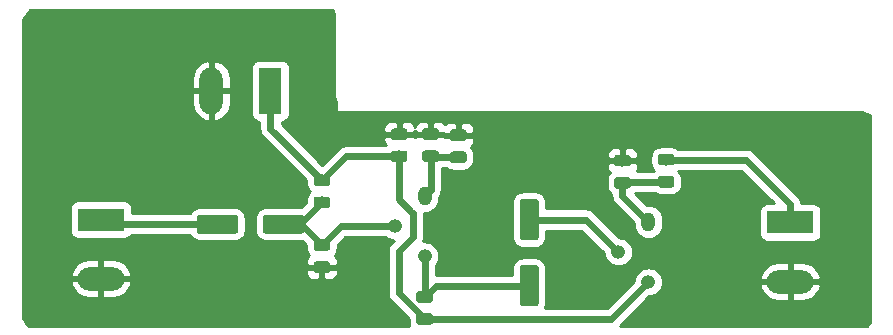
<source format=gbr>
G04 #@! TF.GenerationSoftware,KiCad,Pcbnew,(5.1.4)-1*
G04 #@! TF.CreationDate,2020-12-03T16:53:39+02:00*
G04 #@! TF.ProjectId,Single_transistor_AMP,53696e67-6c65-45f7-9472-616e73697374,V1.0*
G04 #@! TF.SameCoordinates,Original*
G04 #@! TF.FileFunction,Copper,L1,Top*
G04 #@! TF.FilePolarity,Positive*
%FSLAX46Y46*%
G04 Gerber Fmt 4.6, Leading zero omitted, Abs format (unit mm)*
G04 Created by KiCad (PCBNEW (5.1.4)-1) date 2020-12-03 16:53:39*
%MOMM*%
%LPD*%
G04 APERTURE LIST*
%ADD10C,0.100000*%
%ADD11C,0.975000*%
%ADD12O,1.980000X3.960000*%
%ADD13R,1.980000X3.960000*%
%ADD14O,3.960000X1.980000*%
%ADD15R,3.960000X1.980000*%
%ADD16O,1.200000X1.200000*%
%ADD17O,1.200000X1.600000*%
%ADD18C,1.600000*%
%ADD19C,0.600000*%
%ADD20C,0.250000*%
%ADD21C,0.254000*%
G04 APERTURE END LIST*
D10*
G36*
X181930142Y-114913674D02*
G01*
X181953803Y-114917184D01*
X181977007Y-114922996D01*
X181999529Y-114931054D01*
X182021153Y-114941282D01*
X182041670Y-114953579D01*
X182060883Y-114967829D01*
X182078607Y-114983893D01*
X182094671Y-115001617D01*
X182108921Y-115020830D01*
X182121218Y-115041347D01*
X182131446Y-115062971D01*
X182139504Y-115085493D01*
X182145316Y-115108697D01*
X182148826Y-115132358D01*
X182150000Y-115156250D01*
X182150000Y-115643750D01*
X182148826Y-115667642D01*
X182145316Y-115691303D01*
X182139504Y-115714507D01*
X182131446Y-115737029D01*
X182121218Y-115758653D01*
X182108921Y-115779170D01*
X182094671Y-115798383D01*
X182078607Y-115816107D01*
X182060883Y-115832171D01*
X182041670Y-115846421D01*
X182021153Y-115858718D01*
X181999529Y-115868946D01*
X181977007Y-115877004D01*
X181953803Y-115882816D01*
X181930142Y-115886326D01*
X181906250Y-115887500D01*
X180993750Y-115887500D01*
X180969858Y-115886326D01*
X180946197Y-115882816D01*
X180922993Y-115877004D01*
X180900471Y-115868946D01*
X180878847Y-115858718D01*
X180858330Y-115846421D01*
X180839117Y-115832171D01*
X180821393Y-115816107D01*
X180805329Y-115798383D01*
X180791079Y-115779170D01*
X180778782Y-115758653D01*
X180768554Y-115737029D01*
X180760496Y-115714507D01*
X180754684Y-115691303D01*
X180751174Y-115667642D01*
X180750000Y-115643750D01*
X180750000Y-115156250D01*
X180751174Y-115132358D01*
X180754684Y-115108697D01*
X180760496Y-115085493D01*
X180768554Y-115062971D01*
X180778782Y-115041347D01*
X180791079Y-115020830D01*
X180805329Y-115001617D01*
X180821393Y-114983893D01*
X180839117Y-114967829D01*
X180858330Y-114953579D01*
X180878847Y-114941282D01*
X180900471Y-114931054D01*
X180922993Y-114922996D01*
X180946197Y-114917184D01*
X180969858Y-114913674D01*
X180993750Y-114912500D01*
X181906250Y-114912500D01*
X181930142Y-114913674D01*
X181930142Y-114913674D01*
G37*
D11*
X181450000Y-115400000D03*
D10*
G36*
X181930142Y-113038674D02*
G01*
X181953803Y-113042184D01*
X181977007Y-113047996D01*
X181999529Y-113056054D01*
X182021153Y-113066282D01*
X182041670Y-113078579D01*
X182060883Y-113092829D01*
X182078607Y-113108893D01*
X182094671Y-113126617D01*
X182108921Y-113145830D01*
X182121218Y-113166347D01*
X182131446Y-113187971D01*
X182139504Y-113210493D01*
X182145316Y-113233697D01*
X182148826Y-113257358D01*
X182150000Y-113281250D01*
X182150000Y-113768750D01*
X182148826Y-113792642D01*
X182145316Y-113816303D01*
X182139504Y-113839507D01*
X182131446Y-113862029D01*
X182121218Y-113883653D01*
X182108921Y-113904170D01*
X182094671Y-113923383D01*
X182078607Y-113941107D01*
X182060883Y-113957171D01*
X182041670Y-113971421D01*
X182021153Y-113983718D01*
X181999529Y-113993946D01*
X181977007Y-114002004D01*
X181953803Y-114007816D01*
X181930142Y-114011326D01*
X181906250Y-114012500D01*
X180993750Y-114012500D01*
X180969858Y-114011326D01*
X180946197Y-114007816D01*
X180922993Y-114002004D01*
X180900471Y-113993946D01*
X180878847Y-113983718D01*
X180858330Y-113971421D01*
X180839117Y-113957171D01*
X180821393Y-113941107D01*
X180805329Y-113923383D01*
X180791079Y-113904170D01*
X180778782Y-113883653D01*
X180768554Y-113862029D01*
X180760496Y-113839507D01*
X180754684Y-113816303D01*
X180751174Y-113792642D01*
X180750000Y-113768750D01*
X180750000Y-113281250D01*
X180751174Y-113257358D01*
X180754684Y-113233697D01*
X180760496Y-113210493D01*
X180768554Y-113187971D01*
X180778782Y-113166347D01*
X180791079Y-113145830D01*
X180805329Y-113126617D01*
X180821393Y-113108893D01*
X180839117Y-113092829D01*
X180858330Y-113078579D01*
X180878847Y-113066282D01*
X180900471Y-113056054D01*
X180922993Y-113047996D01*
X180946197Y-113042184D01*
X180969858Y-113038674D01*
X180993750Y-113037500D01*
X181906250Y-113037500D01*
X181930142Y-113038674D01*
X181930142Y-113038674D01*
G37*
D11*
X181450000Y-113525000D03*
D12*
X172100000Y-105950000D03*
D13*
X177100000Y-105950000D03*
D14*
X221100000Y-122100000D03*
D15*
X221100000Y-117100000D03*
D14*
X162750000Y-121850000D03*
D15*
X162750000Y-116850000D03*
D10*
G36*
X191130142Y-109126174D02*
G01*
X191153803Y-109129684D01*
X191177007Y-109135496D01*
X191199529Y-109143554D01*
X191221153Y-109153782D01*
X191241670Y-109166079D01*
X191260883Y-109180329D01*
X191278607Y-109196393D01*
X191294671Y-109214117D01*
X191308921Y-109233330D01*
X191321218Y-109253847D01*
X191331446Y-109275471D01*
X191339504Y-109297993D01*
X191345316Y-109321197D01*
X191348826Y-109344858D01*
X191350000Y-109368750D01*
X191350000Y-109856250D01*
X191348826Y-109880142D01*
X191345316Y-109903803D01*
X191339504Y-109927007D01*
X191331446Y-109949529D01*
X191321218Y-109971153D01*
X191308921Y-109991670D01*
X191294671Y-110010883D01*
X191278607Y-110028607D01*
X191260883Y-110044671D01*
X191241670Y-110058921D01*
X191221153Y-110071218D01*
X191199529Y-110081446D01*
X191177007Y-110089504D01*
X191153803Y-110095316D01*
X191130142Y-110098826D01*
X191106250Y-110100000D01*
X190193750Y-110100000D01*
X190169858Y-110098826D01*
X190146197Y-110095316D01*
X190122993Y-110089504D01*
X190100471Y-110081446D01*
X190078847Y-110071218D01*
X190058330Y-110058921D01*
X190039117Y-110044671D01*
X190021393Y-110028607D01*
X190005329Y-110010883D01*
X189991079Y-109991670D01*
X189978782Y-109971153D01*
X189968554Y-109949529D01*
X189960496Y-109927007D01*
X189954684Y-109903803D01*
X189951174Y-109880142D01*
X189950000Y-109856250D01*
X189950000Y-109368750D01*
X189951174Y-109344858D01*
X189954684Y-109321197D01*
X189960496Y-109297993D01*
X189968554Y-109275471D01*
X189978782Y-109253847D01*
X189991079Y-109233330D01*
X190005329Y-109214117D01*
X190021393Y-109196393D01*
X190039117Y-109180329D01*
X190058330Y-109166079D01*
X190078847Y-109153782D01*
X190100471Y-109143554D01*
X190122993Y-109135496D01*
X190146197Y-109129684D01*
X190169858Y-109126174D01*
X190193750Y-109125000D01*
X191106250Y-109125000D01*
X191130142Y-109126174D01*
X191130142Y-109126174D01*
G37*
D11*
X190650000Y-109612500D03*
D10*
G36*
X191130142Y-111001174D02*
G01*
X191153803Y-111004684D01*
X191177007Y-111010496D01*
X191199529Y-111018554D01*
X191221153Y-111028782D01*
X191241670Y-111041079D01*
X191260883Y-111055329D01*
X191278607Y-111071393D01*
X191294671Y-111089117D01*
X191308921Y-111108330D01*
X191321218Y-111128847D01*
X191331446Y-111150471D01*
X191339504Y-111172993D01*
X191345316Y-111196197D01*
X191348826Y-111219858D01*
X191350000Y-111243750D01*
X191350000Y-111731250D01*
X191348826Y-111755142D01*
X191345316Y-111778803D01*
X191339504Y-111802007D01*
X191331446Y-111824529D01*
X191321218Y-111846153D01*
X191308921Y-111866670D01*
X191294671Y-111885883D01*
X191278607Y-111903607D01*
X191260883Y-111919671D01*
X191241670Y-111933921D01*
X191221153Y-111946218D01*
X191199529Y-111956446D01*
X191177007Y-111964504D01*
X191153803Y-111970316D01*
X191130142Y-111973826D01*
X191106250Y-111975000D01*
X190193750Y-111975000D01*
X190169858Y-111973826D01*
X190146197Y-111970316D01*
X190122993Y-111964504D01*
X190100471Y-111956446D01*
X190078847Y-111946218D01*
X190058330Y-111933921D01*
X190039117Y-111919671D01*
X190021393Y-111903607D01*
X190005329Y-111885883D01*
X189991079Y-111866670D01*
X189978782Y-111846153D01*
X189968554Y-111824529D01*
X189960496Y-111802007D01*
X189954684Y-111778803D01*
X189951174Y-111755142D01*
X189950000Y-111731250D01*
X189950000Y-111243750D01*
X189951174Y-111219858D01*
X189954684Y-111196197D01*
X189960496Y-111172993D01*
X189968554Y-111150471D01*
X189978782Y-111128847D01*
X189991079Y-111108330D01*
X190005329Y-111089117D01*
X190021393Y-111071393D01*
X190039117Y-111055329D01*
X190058330Y-111041079D01*
X190078847Y-111028782D01*
X190100471Y-111018554D01*
X190122993Y-111010496D01*
X190146197Y-111004684D01*
X190169858Y-111001174D01*
X190193750Y-111000000D01*
X191106250Y-111000000D01*
X191130142Y-111001174D01*
X191130142Y-111001174D01*
G37*
D11*
X190650000Y-111487500D03*
D10*
G36*
X207380142Y-111376174D02*
G01*
X207403803Y-111379684D01*
X207427007Y-111385496D01*
X207449529Y-111393554D01*
X207471153Y-111403782D01*
X207491670Y-111416079D01*
X207510883Y-111430329D01*
X207528607Y-111446393D01*
X207544671Y-111464117D01*
X207558921Y-111483330D01*
X207571218Y-111503847D01*
X207581446Y-111525471D01*
X207589504Y-111547993D01*
X207595316Y-111571197D01*
X207598826Y-111594858D01*
X207600000Y-111618750D01*
X207600000Y-112106250D01*
X207598826Y-112130142D01*
X207595316Y-112153803D01*
X207589504Y-112177007D01*
X207581446Y-112199529D01*
X207571218Y-112221153D01*
X207558921Y-112241670D01*
X207544671Y-112260883D01*
X207528607Y-112278607D01*
X207510883Y-112294671D01*
X207491670Y-112308921D01*
X207471153Y-112321218D01*
X207449529Y-112331446D01*
X207427007Y-112339504D01*
X207403803Y-112345316D01*
X207380142Y-112348826D01*
X207356250Y-112350000D01*
X206443750Y-112350000D01*
X206419858Y-112348826D01*
X206396197Y-112345316D01*
X206372993Y-112339504D01*
X206350471Y-112331446D01*
X206328847Y-112321218D01*
X206308330Y-112308921D01*
X206289117Y-112294671D01*
X206271393Y-112278607D01*
X206255329Y-112260883D01*
X206241079Y-112241670D01*
X206228782Y-112221153D01*
X206218554Y-112199529D01*
X206210496Y-112177007D01*
X206204684Y-112153803D01*
X206201174Y-112130142D01*
X206200000Y-112106250D01*
X206200000Y-111618750D01*
X206201174Y-111594858D01*
X206204684Y-111571197D01*
X206210496Y-111547993D01*
X206218554Y-111525471D01*
X206228782Y-111503847D01*
X206241079Y-111483330D01*
X206255329Y-111464117D01*
X206271393Y-111446393D01*
X206289117Y-111430329D01*
X206308330Y-111416079D01*
X206328847Y-111403782D01*
X206350471Y-111393554D01*
X206372993Y-111385496D01*
X206396197Y-111379684D01*
X206419858Y-111376174D01*
X206443750Y-111375000D01*
X207356250Y-111375000D01*
X207380142Y-111376174D01*
X207380142Y-111376174D01*
G37*
D11*
X206900000Y-111862500D03*
D10*
G36*
X207380142Y-113251174D02*
G01*
X207403803Y-113254684D01*
X207427007Y-113260496D01*
X207449529Y-113268554D01*
X207471153Y-113278782D01*
X207491670Y-113291079D01*
X207510883Y-113305329D01*
X207528607Y-113321393D01*
X207544671Y-113339117D01*
X207558921Y-113358330D01*
X207571218Y-113378847D01*
X207581446Y-113400471D01*
X207589504Y-113422993D01*
X207595316Y-113446197D01*
X207598826Y-113469858D01*
X207600000Y-113493750D01*
X207600000Y-113981250D01*
X207598826Y-114005142D01*
X207595316Y-114028803D01*
X207589504Y-114052007D01*
X207581446Y-114074529D01*
X207571218Y-114096153D01*
X207558921Y-114116670D01*
X207544671Y-114135883D01*
X207528607Y-114153607D01*
X207510883Y-114169671D01*
X207491670Y-114183921D01*
X207471153Y-114196218D01*
X207449529Y-114206446D01*
X207427007Y-114214504D01*
X207403803Y-114220316D01*
X207380142Y-114223826D01*
X207356250Y-114225000D01*
X206443750Y-114225000D01*
X206419858Y-114223826D01*
X206396197Y-114220316D01*
X206372993Y-114214504D01*
X206350471Y-114206446D01*
X206328847Y-114196218D01*
X206308330Y-114183921D01*
X206289117Y-114169671D01*
X206271393Y-114153607D01*
X206255329Y-114135883D01*
X206241079Y-114116670D01*
X206228782Y-114096153D01*
X206218554Y-114074529D01*
X206210496Y-114052007D01*
X206204684Y-114028803D01*
X206201174Y-114005142D01*
X206200000Y-113981250D01*
X206200000Y-113493750D01*
X206201174Y-113469858D01*
X206204684Y-113446197D01*
X206210496Y-113422993D01*
X206218554Y-113400471D01*
X206228782Y-113378847D01*
X206241079Y-113358330D01*
X206255329Y-113339117D01*
X206271393Y-113321393D01*
X206289117Y-113305329D01*
X206308330Y-113291079D01*
X206328847Y-113278782D01*
X206350471Y-113268554D01*
X206372993Y-113260496D01*
X206396197Y-113254684D01*
X206419858Y-113251174D01*
X206443750Y-113250000D01*
X207356250Y-113250000D01*
X207380142Y-113251174D01*
X207380142Y-113251174D01*
G37*
D11*
X206900000Y-113737500D03*
D10*
G36*
X190630142Y-122913674D02*
G01*
X190653803Y-122917184D01*
X190677007Y-122922996D01*
X190699529Y-122931054D01*
X190721153Y-122941282D01*
X190741670Y-122953579D01*
X190760883Y-122967829D01*
X190778607Y-122983893D01*
X190794671Y-123001617D01*
X190808921Y-123020830D01*
X190821218Y-123041347D01*
X190831446Y-123062971D01*
X190839504Y-123085493D01*
X190845316Y-123108697D01*
X190848826Y-123132358D01*
X190850000Y-123156250D01*
X190850000Y-123643750D01*
X190848826Y-123667642D01*
X190845316Y-123691303D01*
X190839504Y-123714507D01*
X190831446Y-123737029D01*
X190821218Y-123758653D01*
X190808921Y-123779170D01*
X190794671Y-123798383D01*
X190778607Y-123816107D01*
X190760883Y-123832171D01*
X190741670Y-123846421D01*
X190721153Y-123858718D01*
X190699529Y-123868946D01*
X190677007Y-123877004D01*
X190653803Y-123882816D01*
X190630142Y-123886326D01*
X190606250Y-123887500D01*
X189693750Y-123887500D01*
X189669858Y-123886326D01*
X189646197Y-123882816D01*
X189622993Y-123877004D01*
X189600471Y-123868946D01*
X189578847Y-123858718D01*
X189558330Y-123846421D01*
X189539117Y-123832171D01*
X189521393Y-123816107D01*
X189505329Y-123798383D01*
X189491079Y-123779170D01*
X189478782Y-123758653D01*
X189468554Y-123737029D01*
X189460496Y-123714507D01*
X189454684Y-123691303D01*
X189451174Y-123667642D01*
X189450000Y-123643750D01*
X189450000Y-123156250D01*
X189451174Y-123132358D01*
X189454684Y-123108697D01*
X189460496Y-123085493D01*
X189468554Y-123062971D01*
X189478782Y-123041347D01*
X189491079Y-123020830D01*
X189505329Y-123001617D01*
X189521393Y-122983893D01*
X189539117Y-122967829D01*
X189558330Y-122953579D01*
X189578847Y-122941282D01*
X189600471Y-122931054D01*
X189622993Y-122922996D01*
X189646197Y-122917184D01*
X189669858Y-122913674D01*
X189693750Y-122912500D01*
X190606250Y-122912500D01*
X190630142Y-122913674D01*
X190630142Y-122913674D01*
G37*
D11*
X190150000Y-123400000D03*
D10*
G36*
X190630142Y-124788674D02*
G01*
X190653803Y-124792184D01*
X190677007Y-124797996D01*
X190699529Y-124806054D01*
X190721153Y-124816282D01*
X190741670Y-124828579D01*
X190760883Y-124842829D01*
X190778607Y-124858893D01*
X190794671Y-124876617D01*
X190808921Y-124895830D01*
X190821218Y-124916347D01*
X190831446Y-124937971D01*
X190839504Y-124960493D01*
X190845316Y-124983697D01*
X190848826Y-125007358D01*
X190850000Y-125031250D01*
X190850000Y-125518750D01*
X190848826Y-125542642D01*
X190845316Y-125566303D01*
X190839504Y-125589507D01*
X190831446Y-125612029D01*
X190821218Y-125633653D01*
X190808921Y-125654170D01*
X190794671Y-125673383D01*
X190778607Y-125691107D01*
X190760883Y-125707171D01*
X190741670Y-125721421D01*
X190721153Y-125733718D01*
X190699529Y-125743946D01*
X190677007Y-125752004D01*
X190653803Y-125757816D01*
X190630142Y-125761326D01*
X190606250Y-125762500D01*
X189693750Y-125762500D01*
X189669858Y-125761326D01*
X189646197Y-125757816D01*
X189622993Y-125752004D01*
X189600471Y-125743946D01*
X189578847Y-125733718D01*
X189558330Y-125721421D01*
X189539117Y-125707171D01*
X189521393Y-125691107D01*
X189505329Y-125673383D01*
X189491079Y-125654170D01*
X189478782Y-125633653D01*
X189468554Y-125612029D01*
X189460496Y-125589507D01*
X189454684Y-125566303D01*
X189451174Y-125542642D01*
X189450000Y-125518750D01*
X189450000Y-125031250D01*
X189451174Y-125007358D01*
X189454684Y-124983697D01*
X189460496Y-124960493D01*
X189468554Y-124937971D01*
X189478782Y-124916347D01*
X189491079Y-124895830D01*
X189505329Y-124876617D01*
X189521393Y-124858893D01*
X189539117Y-124842829D01*
X189558330Y-124828579D01*
X189578847Y-124816282D01*
X189600471Y-124806054D01*
X189622993Y-124797996D01*
X189646197Y-124792184D01*
X189669858Y-124788674D01*
X189693750Y-124787500D01*
X190606250Y-124787500D01*
X190630142Y-124788674D01*
X190630142Y-124788674D01*
G37*
D11*
X190150000Y-125275000D03*
D10*
G36*
X181930142Y-120388674D02*
G01*
X181953803Y-120392184D01*
X181977007Y-120397996D01*
X181999529Y-120406054D01*
X182021153Y-120416282D01*
X182041670Y-120428579D01*
X182060883Y-120442829D01*
X182078607Y-120458893D01*
X182094671Y-120476617D01*
X182108921Y-120495830D01*
X182121218Y-120516347D01*
X182131446Y-120537971D01*
X182139504Y-120560493D01*
X182145316Y-120583697D01*
X182148826Y-120607358D01*
X182150000Y-120631250D01*
X182150000Y-121118750D01*
X182148826Y-121142642D01*
X182145316Y-121166303D01*
X182139504Y-121189507D01*
X182131446Y-121212029D01*
X182121218Y-121233653D01*
X182108921Y-121254170D01*
X182094671Y-121273383D01*
X182078607Y-121291107D01*
X182060883Y-121307171D01*
X182041670Y-121321421D01*
X182021153Y-121333718D01*
X181999529Y-121343946D01*
X181977007Y-121352004D01*
X181953803Y-121357816D01*
X181930142Y-121361326D01*
X181906250Y-121362500D01*
X180993750Y-121362500D01*
X180969858Y-121361326D01*
X180946197Y-121357816D01*
X180922993Y-121352004D01*
X180900471Y-121343946D01*
X180878847Y-121333718D01*
X180858330Y-121321421D01*
X180839117Y-121307171D01*
X180821393Y-121291107D01*
X180805329Y-121273383D01*
X180791079Y-121254170D01*
X180778782Y-121233653D01*
X180768554Y-121212029D01*
X180760496Y-121189507D01*
X180754684Y-121166303D01*
X180751174Y-121142642D01*
X180750000Y-121118750D01*
X180750000Y-120631250D01*
X180751174Y-120607358D01*
X180754684Y-120583697D01*
X180760496Y-120560493D01*
X180768554Y-120537971D01*
X180778782Y-120516347D01*
X180791079Y-120495830D01*
X180805329Y-120476617D01*
X180821393Y-120458893D01*
X180839117Y-120442829D01*
X180858330Y-120428579D01*
X180878847Y-120416282D01*
X180900471Y-120406054D01*
X180922993Y-120397996D01*
X180946197Y-120392184D01*
X180969858Y-120388674D01*
X180993750Y-120387500D01*
X181906250Y-120387500D01*
X181930142Y-120388674D01*
X181930142Y-120388674D01*
G37*
D11*
X181450000Y-120875000D03*
D10*
G36*
X181930142Y-118513674D02*
G01*
X181953803Y-118517184D01*
X181977007Y-118522996D01*
X181999529Y-118531054D01*
X182021153Y-118541282D01*
X182041670Y-118553579D01*
X182060883Y-118567829D01*
X182078607Y-118583893D01*
X182094671Y-118601617D01*
X182108921Y-118620830D01*
X182121218Y-118641347D01*
X182131446Y-118662971D01*
X182139504Y-118685493D01*
X182145316Y-118708697D01*
X182148826Y-118732358D01*
X182150000Y-118756250D01*
X182150000Y-119243750D01*
X182148826Y-119267642D01*
X182145316Y-119291303D01*
X182139504Y-119314507D01*
X182131446Y-119337029D01*
X182121218Y-119358653D01*
X182108921Y-119379170D01*
X182094671Y-119398383D01*
X182078607Y-119416107D01*
X182060883Y-119432171D01*
X182041670Y-119446421D01*
X182021153Y-119458718D01*
X181999529Y-119468946D01*
X181977007Y-119477004D01*
X181953803Y-119482816D01*
X181930142Y-119486326D01*
X181906250Y-119487500D01*
X180993750Y-119487500D01*
X180969858Y-119486326D01*
X180946197Y-119482816D01*
X180922993Y-119477004D01*
X180900471Y-119468946D01*
X180878847Y-119458718D01*
X180858330Y-119446421D01*
X180839117Y-119432171D01*
X180821393Y-119416107D01*
X180805329Y-119398383D01*
X180791079Y-119379170D01*
X180778782Y-119358653D01*
X180768554Y-119337029D01*
X180760496Y-119314507D01*
X180754684Y-119291303D01*
X180751174Y-119267642D01*
X180750000Y-119243750D01*
X180750000Y-118756250D01*
X180751174Y-118732358D01*
X180754684Y-118708697D01*
X180760496Y-118685493D01*
X180768554Y-118662971D01*
X180778782Y-118641347D01*
X180791079Y-118620830D01*
X180805329Y-118601617D01*
X180821393Y-118583893D01*
X180839117Y-118567829D01*
X180858330Y-118553579D01*
X180878847Y-118541282D01*
X180900471Y-118531054D01*
X180922993Y-118522996D01*
X180946197Y-118517184D01*
X180969858Y-118513674D01*
X180993750Y-118512500D01*
X181906250Y-118512500D01*
X181930142Y-118513674D01*
X181930142Y-118513674D01*
G37*
D11*
X181450000Y-119000000D03*
D16*
X209100000Y-122130000D03*
X206560000Y-119590000D03*
D17*
X209100000Y-117050000D03*
D16*
X190150000Y-119930000D03*
X187610000Y-117390000D03*
D17*
X190150000Y-114850000D03*
D10*
G36*
X211080142Y-111288674D02*
G01*
X211103803Y-111292184D01*
X211127007Y-111297996D01*
X211149529Y-111306054D01*
X211171153Y-111316282D01*
X211191670Y-111328579D01*
X211210883Y-111342829D01*
X211228607Y-111358893D01*
X211244671Y-111376617D01*
X211258921Y-111395830D01*
X211271218Y-111416347D01*
X211281446Y-111437971D01*
X211289504Y-111460493D01*
X211295316Y-111483697D01*
X211298826Y-111507358D01*
X211300000Y-111531250D01*
X211300000Y-112018750D01*
X211298826Y-112042642D01*
X211295316Y-112066303D01*
X211289504Y-112089507D01*
X211281446Y-112112029D01*
X211271218Y-112133653D01*
X211258921Y-112154170D01*
X211244671Y-112173383D01*
X211228607Y-112191107D01*
X211210883Y-112207171D01*
X211191670Y-112221421D01*
X211171153Y-112233718D01*
X211149529Y-112243946D01*
X211127007Y-112252004D01*
X211103803Y-112257816D01*
X211080142Y-112261326D01*
X211056250Y-112262500D01*
X210143750Y-112262500D01*
X210119858Y-112261326D01*
X210096197Y-112257816D01*
X210072993Y-112252004D01*
X210050471Y-112243946D01*
X210028847Y-112233718D01*
X210008330Y-112221421D01*
X209989117Y-112207171D01*
X209971393Y-112191107D01*
X209955329Y-112173383D01*
X209941079Y-112154170D01*
X209928782Y-112133653D01*
X209918554Y-112112029D01*
X209910496Y-112089507D01*
X209904684Y-112066303D01*
X209901174Y-112042642D01*
X209900000Y-112018750D01*
X209900000Y-111531250D01*
X209901174Y-111507358D01*
X209904684Y-111483697D01*
X209910496Y-111460493D01*
X209918554Y-111437971D01*
X209928782Y-111416347D01*
X209941079Y-111395830D01*
X209955329Y-111376617D01*
X209971393Y-111358893D01*
X209989117Y-111342829D01*
X210008330Y-111328579D01*
X210028847Y-111316282D01*
X210050471Y-111306054D01*
X210072993Y-111297996D01*
X210096197Y-111292184D01*
X210119858Y-111288674D01*
X210143750Y-111287500D01*
X211056250Y-111287500D01*
X211080142Y-111288674D01*
X211080142Y-111288674D01*
G37*
D11*
X210600000Y-111775000D03*
D10*
G36*
X211080142Y-113163674D02*
G01*
X211103803Y-113167184D01*
X211127007Y-113172996D01*
X211149529Y-113181054D01*
X211171153Y-113191282D01*
X211191670Y-113203579D01*
X211210883Y-113217829D01*
X211228607Y-113233893D01*
X211244671Y-113251617D01*
X211258921Y-113270830D01*
X211271218Y-113291347D01*
X211281446Y-113312971D01*
X211289504Y-113335493D01*
X211295316Y-113358697D01*
X211298826Y-113382358D01*
X211300000Y-113406250D01*
X211300000Y-113893750D01*
X211298826Y-113917642D01*
X211295316Y-113941303D01*
X211289504Y-113964507D01*
X211281446Y-113987029D01*
X211271218Y-114008653D01*
X211258921Y-114029170D01*
X211244671Y-114048383D01*
X211228607Y-114066107D01*
X211210883Y-114082171D01*
X211191670Y-114096421D01*
X211171153Y-114108718D01*
X211149529Y-114118946D01*
X211127007Y-114127004D01*
X211103803Y-114132816D01*
X211080142Y-114136326D01*
X211056250Y-114137500D01*
X210143750Y-114137500D01*
X210119858Y-114136326D01*
X210096197Y-114132816D01*
X210072993Y-114127004D01*
X210050471Y-114118946D01*
X210028847Y-114108718D01*
X210008330Y-114096421D01*
X209989117Y-114082171D01*
X209971393Y-114066107D01*
X209955329Y-114048383D01*
X209941079Y-114029170D01*
X209928782Y-114008653D01*
X209918554Y-113987029D01*
X209910496Y-113964507D01*
X209904684Y-113941303D01*
X209901174Y-113917642D01*
X209900000Y-113893750D01*
X209900000Y-113406250D01*
X209901174Y-113382358D01*
X209904684Y-113358697D01*
X209910496Y-113335493D01*
X209918554Y-113312971D01*
X209928782Y-113291347D01*
X209941079Y-113270830D01*
X209955329Y-113251617D01*
X209971393Y-113233893D01*
X209989117Y-113217829D01*
X210008330Y-113203579D01*
X210028847Y-113191282D01*
X210050471Y-113181054D01*
X210072993Y-113172996D01*
X210096197Y-113167184D01*
X210119858Y-113163674D01*
X210143750Y-113162500D01*
X211056250Y-113162500D01*
X211080142Y-113163674D01*
X211080142Y-113163674D01*
G37*
D11*
X210600000Y-113650000D03*
D10*
G36*
X188480142Y-109138674D02*
G01*
X188503803Y-109142184D01*
X188527007Y-109147996D01*
X188549529Y-109156054D01*
X188571153Y-109166282D01*
X188591670Y-109178579D01*
X188610883Y-109192829D01*
X188628607Y-109208893D01*
X188644671Y-109226617D01*
X188658921Y-109245830D01*
X188671218Y-109266347D01*
X188681446Y-109287971D01*
X188689504Y-109310493D01*
X188695316Y-109333697D01*
X188698826Y-109357358D01*
X188700000Y-109381250D01*
X188700000Y-109868750D01*
X188698826Y-109892642D01*
X188695316Y-109916303D01*
X188689504Y-109939507D01*
X188681446Y-109962029D01*
X188671218Y-109983653D01*
X188658921Y-110004170D01*
X188644671Y-110023383D01*
X188628607Y-110041107D01*
X188610883Y-110057171D01*
X188591670Y-110071421D01*
X188571153Y-110083718D01*
X188549529Y-110093946D01*
X188527007Y-110102004D01*
X188503803Y-110107816D01*
X188480142Y-110111326D01*
X188456250Y-110112500D01*
X187543750Y-110112500D01*
X187519858Y-110111326D01*
X187496197Y-110107816D01*
X187472993Y-110102004D01*
X187450471Y-110093946D01*
X187428847Y-110083718D01*
X187408330Y-110071421D01*
X187389117Y-110057171D01*
X187371393Y-110041107D01*
X187355329Y-110023383D01*
X187341079Y-110004170D01*
X187328782Y-109983653D01*
X187318554Y-109962029D01*
X187310496Y-109939507D01*
X187304684Y-109916303D01*
X187301174Y-109892642D01*
X187300000Y-109868750D01*
X187300000Y-109381250D01*
X187301174Y-109357358D01*
X187304684Y-109333697D01*
X187310496Y-109310493D01*
X187318554Y-109287971D01*
X187328782Y-109266347D01*
X187341079Y-109245830D01*
X187355329Y-109226617D01*
X187371393Y-109208893D01*
X187389117Y-109192829D01*
X187408330Y-109178579D01*
X187428847Y-109166282D01*
X187450471Y-109156054D01*
X187472993Y-109147996D01*
X187496197Y-109142184D01*
X187519858Y-109138674D01*
X187543750Y-109137500D01*
X188456250Y-109137500D01*
X188480142Y-109138674D01*
X188480142Y-109138674D01*
G37*
D11*
X188000000Y-109625000D03*
D10*
G36*
X188480142Y-111013674D02*
G01*
X188503803Y-111017184D01*
X188527007Y-111022996D01*
X188549529Y-111031054D01*
X188571153Y-111041282D01*
X188591670Y-111053579D01*
X188610883Y-111067829D01*
X188628607Y-111083893D01*
X188644671Y-111101617D01*
X188658921Y-111120830D01*
X188671218Y-111141347D01*
X188681446Y-111162971D01*
X188689504Y-111185493D01*
X188695316Y-111208697D01*
X188698826Y-111232358D01*
X188700000Y-111256250D01*
X188700000Y-111743750D01*
X188698826Y-111767642D01*
X188695316Y-111791303D01*
X188689504Y-111814507D01*
X188681446Y-111837029D01*
X188671218Y-111858653D01*
X188658921Y-111879170D01*
X188644671Y-111898383D01*
X188628607Y-111916107D01*
X188610883Y-111932171D01*
X188591670Y-111946421D01*
X188571153Y-111958718D01*
X188549529Y-111968946D01*
X188527007Y-111977004D01*
X188503803Y-111982816D01*
X188480142Y-111986326D01*
X188456250Y-111987500D01*
X187543750Y-111987500D01*
X187519858Y-111986326D01*
X187496197Y-111982816D01*
X187472993Y-111977004D01*
X187450471Y-111968946D01*
X187428847Y-111958718D01*
X187408330Y-111946421D01*
X187389117Y-111932171D01*
X187371393Y-111916107D01*
X187355329Y-111898383D01*
X187341079Y-111879170D01*
X187328782Y-111858653D01*
X187318554Y-111837029D01*
X187310496Y-111814507D01*
X187304684Y-111791303D01*
X187301174Y-111767642D01*
X187300000Y-111743750D01*
X187300000Y-111256250D01*
X187301174Y-111232358D01*
X187304684Y-111208697D01*
X187310496Y-111185493D01*
X187318554Y-111162971D01*
X187328782Y-111141347D01*
X187341079Y-111120830D01*
X187355329Y-111101617D01*
X187371393Y-111083893D01*
X187389117Y-111067829D01*
X187408330Y-111053579D01*
X187428847Y-111041282D01*
X187450471Y-111031054D01*
X187472993Y-111022996D01*
X187496197Y-111017184D01*
X187519858Y-111013674D01*
X187543750Y-111012500D01*
X188456250Y-111012500D01*
X188480142Y-111013674D01*
X188480142Y-111013674D01*
G37*
D11*
X188000000Y-111500000D03*
D10*
G36*
X193480142Y-109213674D02*
G01*
X193503803Y-109217184D01*
X193527007Y-109222996D01*
X193549529Y-109231054D01*
X193571153Y-109241282D01*
X193591670Y-109253579D01*
X193610883Y-109267829D01*
X193628607Y-109283893D01*
X193644671Y-109301617D01*
X193658921Y-109320830D01*
X193671218Y-109341347D01*
X193681446Y-109362971D01*
X193689504Y-109385493D01*
X193695316Y-109408697D01*
X193698826Y-109432358D01*
X193700000Y-109456250D01*
X193700000Y-109943750D01*
X193698826Y-109967642D01*
X193695316Y-109991303D01*
X193689504Y-110014507D01*
X193681446Y-110037029D01*
X193671218Y-110058653D01*
X193658921Y-110079170D01*
X193644671Y-110098383D01*
X193628607Y-110116107D01*
X193610883Y-110132171D01*
X193591670Y-110146421D01*
X193571153Y-110158718D01*
X193549529Y-110168946D01*
X193527007Y-110177004D01*
X193503803Y-110182816D01*
X193480142Y-110186326D01*
X193456250Y-110187500D01*
X192543750Y-110187500D01*
X192519858Y-110186326D01*
X192496197Y-110182816D01*
X192472993Y-110177004D01*
X192450471Y-110168946D01*
X192428847Y-110158718D01*
X192408330Y-110146421D01*
X192389117Y-110132171D01*
X192371393Y-110116107D01*
X192355329Y-110098383D01*
X192341079Y-110079170D01*
X192328782Y-110058653D01*
X192318554Y-110037029D01*
X192310496Y-110014507D01*
X192304684Y-109991303D01*
X192301174Y-109967642D01*
X192300000Y-109943750D01*
X192300000Y-109456250D01*
X192301174Y-109432358D01*
X192304684Y-109408697D01*
X192310496Y-109385493D01*
X192318554Y-109362971D01*
X192328782Y-109341347D01*
X192341079Y-109320830D01*
X192355329Y-109301617D01*
X192371393Y-109283893D01*
X192389117Y-109267829D01*
X192408330Y-109253579D01*
X192428847Y-109241282D01*
X192450471Y-109231054D01*
X192472993Y-109222996D01*
X192496197Y-109217184D01*
X192519858Y-109213674D01*
X192543750Y-109212500D01*
X193456250Y-109212500D01*
X193480142Y-109213674D01*
X193480142Y-109213674D01*
G37*
D11*
X193000000Y-109700000D03*
D10*
G36*
X193480142Y-111088674D02*
G01*
X193503803Y-111092184D01*
X193527007Y-111097996D01*
X193549529Y-111106054D01*
X193571153Y-111116282D01*
X193591670Y-111128579D01*
X193610883Y-111142829D01*
X193628607Y-111158893D01*
X193644671Y-111176617D01*
X193658921Y-111195830D01*
X193671218Y-111216347D01*
X193681446Y-111237971D01*
X193689504Y-111260493D01*
X193695316Y-111283697D01*
X193698826Y-111307358D01*
X193700000Y-111331250D01*
X193700000Y-111818750D01*
X193698826Y-111842642D01*
X193695316Y-111866303D01*
X193689504Y-111889507D01*
X193681446Y-111912029D01*
X193671218Y-111933653D01*
X193658921Y-111954170D01*
X193644671Y-111973383D01*
X193628607Y-111991107D01*
X193610883Y-112007171D01*
X193591670Y-112021421D01*
X193571153Y-112033718D01*
X193549529Y-112043946D01*
X193527007Y-112052004D01*
X193503803Y-112057816D01*
X193480142Y-112061326D01*
X193456250Y-112062500D01*
X192543750Y-112062500D01*
X192519858Y-112061326D01*
X192496197Y-112057816D01*
X192472993Y-112052004D01*
X192450471Y-112043946D01*
X192428847Y-112033718D01*
X192408330Y-112021421D01*
X192389117Y-112007171D01*
X192371393Y-111991107D01*
X192355329Y-111973383D01*
X192341079Y-111954170D01*
X192328782Y-111933653D01*
X192318554Y-111912029D01*
X192310496Y-111889507D01*
X192304684Y-111866303D01*
X192301174Y-111842642D01*
X192300000Y-111818750D01*
X192300000Y-111331250D01*
X192301174Y-111307358D01*
X192304684Y-111283697D01*
X192310496Y-111260493D01*
X192318554Y-111237971D01*
X192328782Y-111216347D01*
X192341079Y-111195830D01*
X192355329Y-111176617D01*
X192371393Y-111158893D01*
X192389117Y-111142829D01*
X192408330Y-111128579D01*
X192428847Y-111116282D01*
X192450471Y-111106054D01*
X192472993Y-111097996D01*
X192496197Y-111092184D01*
X192519858Y-111088674D01*
X192543750Y-111087500D01*
X193456250Y-111087500D01*
X193480142Y-111088674D01*
X193480142Y-111088674D01*
G37*
D11*
X193000000Y-111575000D03*
D10*
G36*
X199574504Y-115101204D02*
G01*
X199598773Y-115104804D01*
X199622571Y-115110765D01*
X199645671Y-115119030D01*
X199667849Y-115129520D01*
X199688893Y-115142133D01*
X199708598Y-115156747D01*
X199726777Y-115173223D01*
X199743253Y-115191402D01*
X199757867Y-115211107D01*
X199770480Y-115232151D01*
X199780970Y-115254329D01*
X199789235Y-115277429D01*
X199795196Y-115301227D01*
X199798796Y-115325496D01*
X199800000Y-115350000D01*
X199800000Y-118350000D01*
X199798796Y-118374504D01*
X199795196Y-118398773D01*
X199789235Y-118422571D01*
X199780970Y-118445671D01*
X199770480Y-118467849D01*
X199757867Y-118488893D01*
X199743253Y-118508598D01*
X199726777Y-118526777D01*
X199708598Y-118543253D01*
X199688893Y-118557867D01*
X199667849Y-118570480D01*
X199645671Y-118580970D01*
X199622571Y-118589235D01*
X199598773Y-118595196D01*
X199574504Y-118598796D01*
X199550000Y-118600000D01*
X198450000Y-118600000D01*
X198425496Y-118598796D01*
X198401227Y-118595196D01*
X198377429Y-118589235D01*
X198354329Y-118580970D01*
X198332151Y-118570480D01*
X198311107Y-118557867D01*
X198291402Y-118543253D01*
X198273223Y-118526777D01*
X198256747Y-118508598D01*
X198242133Y-118488893D01*
X198229520Y-118467849D01*
X198219030Y-118445671D01*
X198210765Y-118422571D01*
X198204804Y-118398773D01*
X198201204Y-118374504D01*
X198200000Y-118350000D01*
X198200000Y-115350000D01*
X198201204Y-115325496D01*
X198204804Y-115301227D01*
X198210765Y-115277429D01*
X198219030Y-115254329D01*
X198229520Y-115232151D01*
X198242133Y-115211107D01*
X198256747Y-115191402D01*
X198273223Y-115173223D01*
X198291402Y-115156747D01*
X198311107Y-115142133D01*
X198332151Y-115129520D01*
X198354329Y-115119030D01*
X198377429Y-115110765D01*
X198401227Y-115104804D01*
X198425496Y-115101204D01*
X198450000Y-115100000D01*
X199550000Y-115100000D01*
X199574504Y-115101204D01*
X199574504Y-115101204D01*
G37*
D18*
X199000000Y-116850000D03*
D10*
G36*
X199574504Y-120701204D02*
G01*
X199598773Y-120704804D01*
X199622571Y-120710765D01*
X199645671Y-120719030D01*
X199667849Y-120729520D01*
X199688893Y-120742133D01*
X199708598Y-120756747D01*
X199726777Y-120773223D01*
X199743253Y-120791402D01*
X199757867Y-120811107D01*
X199770480Y-120832151D01*
X199780970Y-120854329D01*
X199789235Y-120877429D01*
X199795196Y-120901227D01*
X199798796Y-120925496D01*
X199800000Y-120950000D01*
X199800000Y-123950000D01*
X199798796Y-123974504D01*
X199795196Y-123998773D01*
X199789235Y-124022571D01*
X199780970Y-124045671D01*
X199770480Y-124067849D01*
X199757867Y-124088893D01*
X199743253Y-124108598D01*
X199726777Y-124126777D01*
X199708598Y-124143253D01*
X199688893Y-124157867D01*
X199667849Y-124170480D01*
X199645671Y-124180970D01*
X199622571Y-124189235D01*
X199598773Y-124195196D01*
X199574504Y-124198796D01*
X199550000Y-124200000D01*
X198450000Y-124200000D01*
X198425496Y-124198796D01*
X198401227Y-124195196D01*
X198377429Y-124189235D01*
X198354329Y-124180970D01*
X198332151Y-124170480D01*
X198311107Y-124157867D01*
X198291402Y-124143253D01*
X198273223Y-124126777D01*
X198256747Y-124108598D01*
X198242133Y-124088893D01*
X198229520Y-124067849D01*
X198219030Y-124045671D01*
X198210765Y-124022571D01*
X198204804Y-123998773D01*
X198201204Y-123974504D01*
X198200000Y-123950000D01*
X198200000Y-120950000D01*
X198201204Y-120925496D01*
X198204804Y-120901227D01*
X198210765Y-120877429D01*
X198219030Y-120854329D01*
X198229520Y-120832151D01*
X198242133Y-120811107D01*
X198256747Y-120791402D01*
X198273223Y-120773223D01*
X198291402Y-120756747D01*
X198311107Y-120742133D01*
X198332151Y-120729520D01*
X198354329Y-120719030D01*
X198377429Y-120710765D01*
X198401227Y-120704804D01*
X198425496Y-120701204D01*
X198450000Y-120700000D01*
X199550000Y-120700000D01*
X199574504Y-120701204D01*
X199574504Y-120701204D01*
G37*
D18*
X199000000Y-122450000D03*
D10*
G36*
X179724504Y-116451204D02*
G01*
X179748773Y-116454804D01*
X179772571Y-116460765D01*
X179795671Y-116469030D01*
X179817849Y-116479520D01*
X179838893Y-116492133D01*
X179858598Y-116506747D01*
X179876777Y-116523223D01*
X179893253Y-116541402D01*
X179907867Y-116561107D01*
X179920480Y-116582151D01*
X179930970Y-116604329D01*
X179939235Y-116627429D01*
X179945196Y-116651227D01*
X179948796Y-116675496D01*
X179950000Y-116700000D01*
X179950000Y-117800000D01*
X179948796Y-117824504D01*
X179945196Y-117848773D01*
X179939235Y-117872571D01*
X179930970Y-117895671D01*
X179920480Y-117917849D01*
X179907867Y-117938893D01*
X179893253Y-117958598D01*
X179876777Y-117976777D01*
X179858598Y-117993253D01*
X179838893Y-118007867D01*
X179817849Y-118020480D01*
X179795671Y-118030970D01*
X179772571Y-118039235D01*
X179748773Y-118045196D01*
X179724504Y-118048796D01*
X179700000Y-118050000D01*
X176700000Y-118050000D01*
X176675496Y-118048796D01*
X176651227Y-118045196D01*
X176627429Y-118039235D01*
X176604329Y-118030970D01*
X176582151Y-118020480D01*
X176561107Y-118007867D01*
X176541402Y-117993253D01*
X176523223Y-117976777D01*
X176506747Y-117958598D01*
X176492133Y-117938893D01*
X176479520Y-117917849D01*
X176469030Y-117895671D01*
X176460765Y-117872571D01*
X176454804Y-117848773D01*
X176451204Y-117824504D01*
X176450000Y-117800000D01*
X176450000Y-116700000D01*
X176451204Y-116675496D01*
X176454804Y-116651227D01*
X176460765Y-116627429D01*
X176469030Y-116604329D01*
X176479520Y-116582151D01*
X176492133Y-116561107D01*
X176506747Y-116541402D01*
X176523223Y-116523223D01*
X176541402Y-116506747D01*
X176561107Y-116492133D01*
X176582151Y-116479520D01*
X176604329Y-116469030D01*
X176627429Y-116460765D01*
X176651227Y-116454804D01*
X176675496Y-116451204D01*
X176700000Y-116450000D01*
X179700000Y-116450000D01*
X179724504Y-116451204D01*
X179724504Y-116451204D01*
G37*
D18*
X178200000Y-117250000D03*
D10*
G36*
X174124504Y-116451204D02*
G01*
X174148773Y-116454804D01*
X174172571Y-116460765D01*
X174195671Y-116469030D01*
X174217849Y-116479520D01*
X174238893Y-116492133D01*
X174258598Y-116506747D01*
X174276777Y-116523223D01*
X174293253Y-116541402D01*
X174307867Y-116561107D01*
X174320480Y-116582151D01*
X174330970Y-116604329D01*
X174339235Y-116627429D01*
X174345196Y-116651227D01*
X174348796Y-116675496D01*
X174350000Y-116700000D01*
X174350000Y-117800000D01*
X174348796Y-117824504D01*
X174345196Y-117848773D01*
X174339235Y-117872571D01*
X174330970Y-117895671D01*
X174320480Y-117917849D01*
X174307867Y-117938893D01*
X174293253Y-117958598D01*
X174276777Y-117976777D01*
X174258598Y-117993253D01*
X174238893Y-118007867D01*
X174217849Y-118020480D01*
X174195671Y-118030970D01*
X174172571Y-118039235D01*
X174148773Y-118045196D01*
X174124504Y-118048796D01*
X174100000Y-118050000D01*
X171100000Y-118050000D01*
X171075496Y-118048796D01*
X171051227Y-118045196D01*
X171027429Y-118039235D01*
X171004329Y-118030970D01*
X170982151Y-118020480D01*
X170961107Y-118007867D01*
X170941402Y-117993253D01*
X170923223Y-117976777D01*
X170906747Y-117958598D01*
X170892133Y-117938893D01*
X170879520Y-117917849D01*
X170869030Y-117895671D01*
X170860765Y-117872571D01*
X170854804Y-117848773D01*
X170851204Y-117824504D01*
X170850000Y-117800000D01*
X170850000Y-116700000D01*
X170851204Y-116675496D01*
X170854804Y-116651227D01*
X170860765Y-116627429D01*
X170869030Y-116604329D01*
X170879520Y-116582151D01*
X170892133Y-116561107D01*
X170906747Y-116541402D01*
X170923223Y-116523223D01*
X170941402Y-116506747D01*
X170961107Y-116492133D01*
X170982151Y-116479520D01*
X171004329Y-116469030D01*
X171027429Y-116460765D01*
X171051227Y-116454804D01*
X171075496Y-116451204D01*
X171100000Y-116450000D01*
X174100000Y-116450000D01*
X174124504Y-116451204D01*
X174124504Y-116451204D01*
G37*
D18*
X172600000Y-117250000D03*
D19*
X179600000Y-117250000D02*
X181450000Y-115400000D01*
X178200000Y-117250000D02*
X179600000Y-117250000D01*
X179700000Y-117250000D02*
X181450000Y-119000000D01*
X178200000Y-117250000D02*
X179700000Y-117250000D01*
X183060000Y-117390000D02*
X181450000Y-119000000D01*
X187610000Y-117390000D02*
X183060000Y-117390000D01*
X163150000Y-117250000D02*
X162750000Y-116850000D01*
X172600000Y-117250000D02*
X163150000Y-117250000D01*
X203820000Y-116850000D02*
X206560000Y-119590000D01*
X199000000Y-116850000D02*
X203820000Y-116850000D01*
X191100000Y-122450000D02*
X190150000Y-123400000D01*
X199000000Y-122450000D02*
X191100000Y-122450000D01*
X190150000Y-119930000D02*
X190150000Y-123400000D01*
X190650000Y-114350000D02*
X190150000Y-114850000D01*
X190650000Y-111487500D02*
X190650000Y-114350000D01*
X190737500Y-111575000D02*
X190650000Y-111487500D01*
X193000000Y-111575000D02*
X190737500Y-111575000D01*
X177100000Y-109175000D02*
X181450000Y-113525000D01*
X177100000Y-105950000D02*
X177100000Y-109175000D01*
X183475000Y-111500000D02*
X181450000Y-113525000D01*
X188000000Y-111500000D02*
X183475000Y-111500000D01*
X188000000Y-115150000D02*
X189025000Y-116175000D01*
X188000000Y-111500000D02*
X188000000Y-115150000D01*
D20*
X189025000Y-116175000D02*
X189150000Y-116300000D01*
D19*
X189150000Y-118350000D02*
X187950000Y-119550000D01*
X189150000Y-116300000D02*
X189150000Y-118350000D01*
X187950000Y-123075000D02*
X190150000Y-125275000D01*
X187950000Y-119550000D02*
X187950000Y-123075000D01*
X205955000Y-125275000D02*
X209100000Y-122130000D01*
X190150000Y-125275000D02*
X205955000Y-125275000D01*
X221100000Y-115510000D02*
X221100000Y-117100000D01*
X217365000Y-111775000D02*
X221100000Y-115510000D01*
X210600000Y-111775000D02*
X217365000Y-111775000D01*
X206900000Y-114850000D02*
X209100000Y-117050000D01*
X206900000Y-113737500D02*
X206900000Y-114850000D01*
X206987500Y-113650000D02*
X206900000Y-113737500D01*
X210600000Y-113650000D02*
X206987500Y-113650000D01*
D21*
G36*
X182440000Y-99513327D02*
G01*
X182440001Y-106082419D01*
X182442783Y-106110664D01*
X182442740Y-106116801D01*
X182443640Y-106125972D01*
X182464041Y-106320069D01*
X182476068Y-106378658D01*
X182487277Y-106437423D01*
X182489941Y-106446245D01*
X182547653Y-106632683D01*
X182570838Y-106687838D01*
X182593242Y-106743291D01*
X182597568Y-106751427D01*
X182673000Y-106890936D01*
X182673000Y-107650000D01*
X182675440Y-107674776D01*
X182682667Y-107698601D01*
X182694403Y-107720557D01*
X182710197Y-107739803D01*
X182729443Y-107755597D01*
X182751399Y-107767333D01*
X182775224Y-107774560D01*
X182800000Y-107777000D01*
X227149073Y-107777000D01*
X227771572Y-107964943D01*
X227873000Y-108018873D01*
X227873000Y-125564221D01*
X227597911Y-125823000D01*
X206729289Y-125823000D01*
X209190198Y-123362091D01*
X209342102Y-123347130D01*
X209574901Y-123276511D01*
X209789449Y-123161833D01*
X209977502Y-123007502D01*
X210131833Y-122819449D01*
X210246511Y-122604901D01*
X210284743Y-122478865D01*
X218529782Y-122478865D01*
X218560095Y-122604528D01*
X218688304Y-122897205D01*
X218871148Y-123159246D01*
X219101601Y-123380581D01*
X219370806Y-123552704D01*
X219668418Y-123669000D01*
X219983000Y-123725000D01*
X220973000Y-123725000D01*
X220973000Y-122227000D01*
X221227000Y-122227000D01*
X221227000Y-123725000D01*
X222217000Y-123725000D01*
X222531582Y-123669000D01*
X222829194Y-123552704D01*
X223098399Y-123380581D01*
X223328852Y-123159246D01*
X223511696Y-122897205D01*
X223639905Y-122604528D01*
X223670218Y-122478865D01*
X223550740Y-122227000D01*
X221227000Y-122227000D01*
X220973000Y-122227000D01*
X218649260Y-122227000D01*
X218529782Y-122478865D01*
X210284743Y-122478865D01*
X210317130Y-122372102D01*
X210340975Y-122130000D01*
X210317130Y-121887898D01*
X210266543Y-121721135D01*
X218529782Y-121721135D01*
X218649260Y-121973000D01*
X220973000Y-121973000D01*
X220973000Y-120475000D01*
X221227000Y-120475000D01*
X221227000Y-121973000D01*
X223550740Y-121973000D01*
X223670218Y-121721135D01*
X223639905Y-121595472D01*
X223511696Y-121302795D01*
X223328852Y-121040754D01*
X223098399Y-120819419D01*
X222829194Y-120647296D01*
X222531582Y-120531000D01*
X222217000Y-120475000D01*
X221227000Y-120475000D01*
X220973000Y-120475000D01*
X219983000Y-120475000D01*
X219668418Y-120531000D01*
X219370806Y-120647296D01*
X219101601Y-120819419D01*
X218871148Y-121040754D01*
X218688304Y-121302795D01*
X218560095Y-121595472D01*
X218529782Y-121721135D01*
X210266543Y-121721135D01*
X210246511Y-121655099D01*
X210131833Y-121440551D01*
X209977502Y-121252498D01*
X209789449Y-121098167D01*
X209574901Y-120983489D01*
X209342102Y-120912870D01*
X209160665Y-120895000D01*
X209039335Y-120895000D01*
X208857898Y-120912870D01*
X208625099Y-120983489D01*
X208410551Y-121098167D01*
X208222498Y-121252498D01*
X208068167Y-121440551D01*
X207953489Y-121655099D01*
X207882870Y-121887898D01*
X207867909Y-122039802D01*
X205567711Y-124340000D01*
X200343666Y-124340000D01*
X200370472Y-124289850D01*
X200421008Y-124123254D01*
X200438072Y-123950000D01*
X200438072Y-120950000D01*
X200421008Y-120776746D01*
X200370472Y-120610150D01*
X200288405Y-120456614D01*
X200177962Y-120322038D01*
X200043386Y-120211595D01*
X199889850Y-120129528D01*
X199723254Y-120078992D01*
X199550000Y-120061928D01*
X198450000Y-120061928D01*
X198276746Y-120078992D01*
X198110150Y-120129528D01*
X197956614Y-120211595D01*
X197822038Y-120322038D01*
X197711595Y-120456614D01*
X197629528Y-120610150D01*
X197578992Y-120776746D01*
X197561928Y-120950000D01*
X197561928Y-121515000D01*
X191145932Y-121515000D01*
X191100000Y-121510476D01*
X191085000Y-121511953D01*
X191085000Y-120737440D01*
X191181833Y-120619449D01*
X191296511Y-120404901D01*
X191367130Y-120172102D01*
X191390975Y-119930000D01*
X191367130Y-119687898D01*
X191296511Y-119455099D01*
X191181833Y-119240551D01*
X191027502Y-119052498D01*
X190839449Y-118898167D01*
X190624901Y-118783489D01*
X190392102Y-118712870D01*
X190210665Y-118695000D01*
X190089335Y-118695000D01*
X190020357Y-118701794D01*
X190071471Y-118533292D01*
X190076914Y-118478028D01*
X190089524Y-118350001D01*
X190085000Y-118304069D01*
X190085000Y-116284573D01*
X190150000Y-116290975D01*
X190392101Y-116267130D01*
X190624900Y-116196511D01*
X190839448Y-116081833D01*
X191027502Y-115927502D01*
X191181833Y-115739449D01*
X191296511Y-115524901D01*
X191349566Y-115350000D01*
X197561928Y-115350000D01*
X197561928Y-118350000D01*
X197578992Y-118523254D01*
X197629528Y-118689850D01*
X197711595Y-118843386D01*
X197822038Y-118977962D01*
X197956614Y-119088405D01*
X198110150Y-119170472D01*
X198276746Y-119221008D01*
X198450000Y-119238072D01*
X199550000Y-119238072D01*
X199723254Y-119221008D01*
X199889850Y-119170472D01*
X200043386Y-119088405D01*
X200177962Y-118977962D01*
X200288405Y-118843386D01*
X200370472Y-118689850D01*
X200421008Y-118523254D01*
X200438072Y-118350000D01*
X200438072Y-117785000D01*
X203432711Y-117785000D01*
X205327909Y-119680199D01*
X205342870Y-119832102D01*
X205413489Y-120064901D01*
X205528167Y-120279449D01*
X205682498Y-120467502D01*
X205870551Y-120621833D01*
X206085099Y-120736511D01*
X206317898Y-120807130D01*
X206499335Y-120825000D01*
X206620665Y-120825000D01*
X206802102Y-120807130D01*
X207034901Y-120736511D01*
X207249449Y-120621833D01*
X207437502Y-120467502D01*
X207591833Y-120279449D01*
X207706511Y-120064901D01*
X207777130Y-119832102D01*
X207800975Y-119590000D01*
X207777130Y-119347898D01*
X207706511Y-119115099D01*
X207591833Y-118900551D01*
X207437502Y-118712498D01*
X207249449Y-118558167D01*
X207034901Y-118443489D01*
X206802102Y-118372870D01*
X206650199Y-118357909D01*
X204513630Y-116221341D01*
X204484344Y-116185656D01*
X204341972Y-116068814D01*
X204179540Y-115981993D01*
X204003292Y-115928529D01*
X203865932Y-115915000D01*
X203820000Y-115910476D01*
X203774068Y-115915000D01*
X200438072Y-115915000D01*
X200438072Y-115350000D01*
X200421008Y-115176746D01*
X200370472Y-115010150D01*
X200288405Y-114856614D01*
X200177962Y-114722038D01*
X200043386Y-114611595D01*
X199889850Y-114529528D01*
X199723254Y-114478992D01*
X199550000Y-114461928D01*
X198450000Y-114461928D01*
X198276746Y-114478992D01*
X198110150Y-114529528D01*
X197956614Y-114611595D01*
X197822038Y-114722038D01*
X197711595Y-114856614D01*
X197629528Y-115010150D01*
X197578992Y-115176746D01*
X197561928Y-115350000D01*
X191349566Y-115350000D01*
X191367130Y-115292102D01*
X191385000Y-115110665D01*
X191385000Y-114928250D01*
X191431186Y-114871972D01*
X191518007Y-114709540D01*
X191547718Y-114611595D01*
X191571472Y-114533292D01*
X191589524Y-114350000D01*
X191585000Y-114304065D01*
X191585000Y-112510000D01*
X192002710Y-112510000D01*
X192053836Y-112551958D01*
X192206291Y-112633447D01*
X192371715Y-112683628D01*
X192543750Y-112700572D01*
X193456250Y-112700572D01*
X193628285Y-112683628D01*
X193793709Y-112633447D01*
X193946164Y-112551958D01*
X194079792Y-112442292D01*
X194155534Y-112350000D01*
X205561928Y-112350000D01*
X205574188Y-112474482D01*
X205610498Y-112594180D01*
X205669463Y-112704494D01*
X205748815Y-112801185D01*
X205826564Y-112864992D01*
X205820208Y-112870208D01*
X205710542Y-113003836D01*
X205629053Y-113156291D01*
X205578872Y-113321715D01*
X205561928Y-113493750D01*
X205561928Y-113981250D01*
X205578872Y-114153285D01*
X205629053Y-114318709D01*
X205710542Y-114471164D01*
X205820208Y-114604792D01*
X205953836Y-114714458D01*
X205965001Y-114720426D01*
X205965001Y-114804059D01*
X205960476Y-114850000D01*
X205978529Y-115033291D01*
X206015829Y-115156250D01*
X206031994Y-115209540D01*
X206118815Y-115371972D01*
X206235657Y-115514344D01*
X206271336Y-115543625D01*
X207865000Y-117137289D01*
X207865000Y-117310664D01*
X207882870Y-117492101D01*
X207953489Y-117724900D01*
X208068167Y-117939448D01*
X208222498Y-118127502D01*
X208410551Y-118281833D01*
X208625099Y-118396511D01*
X208857898Y-118467130D01*
X209100000Y-118490975D01*
X209342101Y-118467130D01*
X209574900Y-118396511D01*
X209789448Y-118281833D01*
X209977502Y-118127502D01*
X210131833Y-117939449D01*
X210246511Y-117724901D01*
X210317130Y-117492102D01*
X210335000Y-117310665D01*
X210335000Y-116789336D01*
X210317130Y-116607899D01*
X210246511Y-116375100D01*
X210131833Y-116160551D01*
X209977502Y-115972498D01*
X209789449Y-115818167D01*
X209574901Y-115703489D01*
X209342102Y-115632870D01*
X209100000Y-115609025D01*
X208991956Y-115619667D01*
X207978303Y-114606014D01*
X207979792Y-114604792D01*
X207996035Y-114585000D01*
X209602710Y-114585000D01*
X209653836Y-114626958D01*
X209806291Y-114708447D01*
X209971715Y-114758628D01*
X210143750Y-114775572D01*
X211056250Y-114775572D01*
X211228285Y-114758628D01*
X211393709Y-114708447D01*
X211546164Y-114626958D01*
X211679792Y-114517292D01*
X211789458Y-114383664D01*
X211870947Y-114231209D01*
X211921128Y-114065785D01*
X211938072Y-113893750D01*
X211938072Y-113406250D01*
X211921128Y-113234215D01*
X211870947Y-113068791D01*
X211789458Y-112916336D01*
X211679792Y-112782708D01*
X211594244Y-112712500D01*
X211597290Y-112710000D01*
X216977711Y-112710000D01*
X219739639Y-115471928D01*
X219120000Y-115471928D01*
X218995518Y-115484188D01*
X218875820Y-115520498D01*
X218765506Y-115579463D01*
X218668815Y-115658815D01*
X218589463Y-115755506D01*
X218530498Y-115865820D01*
X218494188Y-115985518D01*
X218481928Y-116110000D01*
X218481928Y-118090000D01*
X218494188Y-118214482D01*
X218530498Y-118334180D01*
X218589463Y-118444494D01*
X218668815Y-118541185D01*
X218765506Y-118620537D01*
X218875820Y-118679502D01*
X218995518Y-118715812D01*
X219120000Y-118728072D01*
X223080000Y-118728072D01*
X223204482Y-118715812D01*
X223324180Y-118679502D01*
X223434494Y-118620537D01*
X223531185Y-118541185D01*
X223610537Y-118444494D01*
X223669502Y-118334180D01*
X223705812Y-118214482D01*
X223718072Y-118090000D01*
X223718072Y-116110000D01*
X223705812Y-115985518D01*
X223669502Y-115865820D01*
X223610537Y-115755506D01*
X223531185Y-115658815D01*
X223434494Y-115579463D01*
X223324180Y-115520498D01*
X223204482Y-115484188D01*
X223080000Y-115471928D01*
X222035774Y-115471928D01*
X222021472Y-115326708D01*
X221968007Y-115150459D01*
X221909211Y-115040460D01*
X221881186Y-114988028D01*
X221764344Y-114845656D01*
X221728660Y-114816371D01*
X218058630Y-111146341D01*
X218029344Y-111110656D01*
X217886972Y-110993814D01*
X217724540Y-110906993D01*
X217548292Y-110853529D01*
X217410932Y-110840000D01*
X217365000Y-110835476D01*
X217319068Y-110840000D01*
X211597290Y-110840000D01*
X211546164Y-110798042D01*
X211393709Y-110716553D01*
X211228285Y-110666372D01*
X211056250Y-110649428D01*
X210143750Y-110649428D01*
X209971715Y-110666372D01*
X209806291Y-110716553D01*
X209653836Y-110798042D01*
X209520208Y-110907708D01*
X209410542Y-111041336D01*
X209329053Y-111193791D01*
X209278872Y-111359215D01*
X209261928Y-111531250D01*
X209261928Y-112018750D01*
X209278872Y-112190785D01*
X209329053Y-112356209D01*
X209410542Y-112508664D01*
X209520208Y-112642292D01*
X209605756Y-112712500D01*
X209602710Y-112715000D01*
X208121915Y-112715000D01*
X208130537Y-112704494D01*
X208189502Y-112594180D01*
X208225812Y-112474482D01*
X208238072Y-112350000D01*
X208235000Y-112148250D01*
X208076250Y-111989500D01*
X207027000Y-111989500D01*
X207027000Y-112009500D01*
X206773000Y-112009500D01*
X206773000Y-111989500D01*
X205723750Y-111989500D01*
X205565000Y-112148250D01*
X205561928Y-112350000D01*
X194155534Y-112350000D01*
X194189458Y-112308664D01*
X194270947Y-112156209D01*
X194321128Y-111990785D01*
X194338072Y-111818750D01*
X194338072Y-111375000D01*
X205561928Y-111375000D01*
X205565000Y-111576750D01*
X205723750Y-111735500D01*
X206773000Y-111735500D01*
X206773000Y-110898750D01*
X207027000Y-110898750D01*
X207027000Y-111735500D01*
X208076250Y-111735500D01*
X208235000Y-111576750D01*
X208238072Y-111375000D01*
X208225812Y-111250518D01*
X208189502Y-111130820D01*
X208130537Y-111020506D01*
X208051185Y-110923815D01*
X207954494Y-110844463D01*
X207844180Y-110785498D01*
X207724482Y-110749188D01*
X207600000Y-110736928D01*
X207185750Y-110740000D01*
X207027000Y-110898750D01*
X206773000Y-110898750D01*
X206614250Y-110740000D01*
X206200000Y-110736928D01*
X206075518Y-110749188D01*
X205955820Y-110785498D01*
X205845506Y-110844463D01*
X205748815Y-110923815D01*
X205669463Y-111020506D01*
X205610498Y-111130820D01*
X205574188Y-111250518D01*
X205561928Y-111375000D01*
X194338072Y-111375000D01*
X194338072Y-111331250D01*
X194321128Y-111159215D01*
X194270947Y-110993791D01*
X194189458Y-110841336D01*
X194079792Y-110707708D01*
X194073436Y-110702492D01*
X194151185Y-110638685D01*
X194230537Y-110541994D01*
X194289502Y-110431680D01*
X194325812Y-110311982D01*
X194338072Y-110187500D01*
X194335000Y-109985750D01*
X194176250Y-109827000D01*
X193127000Y-109827000D01*
X193127000Y-109847000D01*
X192873000Y-109847000D01*
X192873000Y-109827000D01*
X191913750Y-109827000D01*
X191826250Y-109739500D01*
X190777000Y-109739500D01*
X190777000Y-109759500D01*
X190523000Y-109759500D01*
X190523000Y-109739500D01*
X189473750Y-109739500D01*
X189318750Y-109894500D01*
X189176250Y-109752000D01*
X188127000Y-109752000D01*
X188127000Y-109772000D01*
X187873000Y-109772000D01*
X187873000Y-109752000D01*
X186823750Y-109752000D01*
X186665000Y-109910750D01*
X186661928Y-110112500D01*
X186674188Y-110236982D01*
X186710498Y-110356680D01*
X186769463Y-110466994D01*
X186848815Y-110563685D01*
X186850417Y-110565000D01*
X183520924Y-110565000D01*
X183474999Y-110560477D01*
X183429074Y-110565000D01*
X183429068Y-110565000D01*
X183314847Y-110576250D01*
X183291707Y-110578529D01*
X183238243Y-110594747D01*
X183115460Y-110631993D01*
X182953028Y-110718814D01*
X182810656Y-110835656D01*
X182781374Y-110871336D01*
X181450000Y-112202710D01*
X178384790Y-109137500D01*
X186661928Y-109137500D01*
X186665000Y-109339250D01*
X186823750Y-109498000D01*
X187873000Y-109498000D01*
X187873000Y-108661250D01*
X188127000Y-108661250D01*
X188127000Y-109498000D01*
X189176250Y-109498000D01*
X189331250Y-109343000D01*
X189473750Y-109485500D01*
X190523000Y-109485500D01*
X190523000Y-108648750D01*
X190777000Y-108648750D01*
X190777000Y-109485500D01*
X191736250Y-109485500D01*
X191823750Y-109573000D01*
X192873000Y-109573000D01*
X192873000Y-108736250D01*
X193127000Y-108736250D01*
X193127000Y-109573000D01*
X194176250Y-109573000D01*
X194335000Y-109414250D01*
X194338072Y-109212500D01*
X194325812Y-109088018D01*
X194289502Y-108968320D01*
X194230537Y-108858006D01*
X194151185Y-108761315D01*
X194054494Y-108681963D01*
X193944180Y-108622998D01*
X193824482Y-108586688D01*
X193700000Y-108574428D01*
X193285750Y-108577500D01*
X193127000Y-108736250D01*
X192873000Y-108736250D01*
X192714250Y-108577500D01*
X192300000Y-108574428D01*
X192175518Y-108586688D01*
X192055820Y-108622998D01*
X191945506Y-108681963D01*
X191863263Y-108749458D01*
X191801185Y-108673815D01*
X191704494Y-108594463D01*
X191594180Y-108535498D01*
X191474482Y-108499188D01*
X191350000Y-108486928D01*
X190935750Y-108490000D01*
X190777000Y-108648750D01*
X190523000Y-108648750D01*
X190364250Y-108490000D01*
X189950000Y-108486928D01*
X189825518Y-108499188D01*
X189705820Y-108535498D01*
X189595506Y-108594463D01*
X189498815Y-108673815D01*
X189419463Y-108770506D01*
X189360498Y-108880820D01*
X189324188Y-109000518D01*
X189323657Y-109005913D01*
X189289502Y-108893320D01*
X189230537Y-108783006D01*
X189151185Y-108686315D01*
X189054494Y-108606963D01*
X188944180Y-108547998D01*
X188824482Y-108511688D01*
X188700000Y-108499428D01*
X188285750Y-108502500D01*
X188127000Y-108661250D01*
X187873000Y-108661250D01*
X187714250Y-108502500D01*
X187300000Y-108499428D01*
X187175518Y-108511688D01*
X187055820Y-108547998D01*
X186945506Y-108606963D01*
X186848815Y-108686315D01*
X186769463Y-108783006D01*
X186710498Y-108893320D01*
X186674188Y-109013018D01*
X186661928Y-109137500D01*
X178384790Y-109137500D01*
X178035000Y-108787711D01*
X178035000Y-108568072D01*
X178090000Y-108568072D01*
X178214482Y-108555812D01*
X178334180Y-108519502D01*
X178444494Y-108460537D01*
X178541185Y-108381185D01*
X178620537Y-108284494D01*
X178679502Y-108174180D01*
X178715812Y-108054482D01*
X178728072Y-107930000D01*
X178728072Y-103970000D01*
X178715812Y-103845518D01*
X178679502Y-103725820D01*
X178620537Y-103615506D01*
X178541185Y-103518815D01*
X178444494Y-103439463D01*
X178334180Y-103380498D01*
X178214482Y-103344188D01*
X178090000Y-103331928D01*
X176110000Y-103331928D01*
X175985518Y-103344188D01*
X175865820Y-103380498D01*
X175755506Y-103439463D01*
X175658815Y-103518815D01*
X175579463Y-103615506D01*
X175520498Y-103725820D01*
X175484188Y-103845518D01*
X175471928Y-103970000D01*
X175471928Y-107930000D01*
X175484188Y-108054482D01*
X175520498Y-108174180D01*
X175579463Y-108284494D01*
X175658815Y-108381185D01*
X175755506Y-108460537D01*
X175865820Y-108519502D01*
X175985518Y-108555812D01*
X176110000Y-108568072D01*
X176165001Y-108568072D01*
X176165001Y-109129058D01*
X176160476Y-109175000D01*
X176178529Y-109358291D01*
X176200570Y-109430949D01*
X176231994Y-109534540D01*
X176318815Y-109696972D01*
X176435657Y-109839344D01*
X176471336Y-109868625D01*
X180111928Y-113509218D01*
X180111928Y-113768750D01*
X180128872Y-113940785D01*
X180179053Y-114106209D01*
X180260542Y-114258664D01*
X180370208Y-114392292D01*
X180455756Y-114462500D01*
X180370208Y-114532708D01*
X180260542Y-114666336D01*
X180179053Y-114818791D01*
X180128872Y-114984215D01*
X180111928Y-115156250D01*
X180111928Y-115415782D01*
X179714368Y-115813343D01*
X179700000Y-115811928D01*
X176700000Y-115811928D01*
X176526746Y-115828992D01*
X176360150Y-115879528D01*
X176206614Y-115961595D01*
X176072038Y-116072038D01*
X175961595Y-116206614D01*
X175879528Y-116360150D01*
X175828992Y-116526746D01*
X175811928Y-116700000D01*
X175811928Y-117800000D01*
X175828992Y-117973254D01*
X175879528Y-118139850D01*
X175961595Y-118293386D01*
X176072038Y-118427962D01*
X176206614Y-118538405D01*
X176360150Y-118620472D01*
X176526746Y-118671008D01*
X176700000Y-118688072D01*
X179700000Y-118688072D01*
X179805402Y-118677691D01*
X180111928Y-118984217D01*
X180111928Y-119243750D01*
X180128872Y-119415785D01*
X180179053Y-119581209D01*
X180260542Y-119733664D01*
X180370208Y-119867292D01*
X180376564Y-119872508D01*
X180298815Y-119936315D01*
X180219463Y-120033006D01*
X180160498Y-120143320D01*
X180124188Y-120263018D01*
X180111928Y-120387500D01*
X180115000Y-120589250D01*
X180273750Y-120748000D01*
X181323000Y-120748000D01*
X181323000Y-120728000D01*
X181577000Y-120728000D01*
X181577000Y-120748000D01*
X182626250Y-120748000D01*
X182785000Y-120589250D01*
X182788072Y-120387500D01*
X182775812Y-120263018D01*
X182739502Y-120143320D01*
X182680537Y-120033006D01*
X182601185Y-119936315D01*
X182523436Y-119872508D01*
X182529792Y-119867292D01*
X182639458Y-119733664D01*
X182720947Y-119581209D01*
X182771128Y-119415785D01*
X182788072Y-119243750D01*
X182788072Y-118984217D01*
X183447289Y-118325000D01*
X186802560Y-118325000D01*
X186920551Y-118421833D01*
X187135099Y-118536511D01*
X187367898Y-118607130D01*
X187549335Y-118625000D01*
X187552711Y-118625000D01*
X187321341Y-118856370D01*
X187285656Y-118885656D01*
X187168814Y-119028029D01*
X187081993Y-119190461D01*
X187059183Y-119265656D01*
X187028529Y-119366709D01*
X187010476Y-119550000D01*
X187015000Y-119595932D01*
X187015001Y-123029058D01*
X187010476Y-123075000D01*
X187028529Y-123258291D01*
X187071516Y-123400000D01*
X187081994Y-123434540D01*
X187168815Y-123596972D01*
X187285657Y-123739344D01*
X187321336Y-123768625D01*
X188811928Y-125259217D01*
X188811928Y-125518750D01*
X188828872Y-125690785D01*
X188868979Y-125823000D01*
X156644673Y-125823000D01*
X156424311Y-125588749D01*
X156127000Y-125160177D01*
X156127000Y-122228865D01*
X160179782Y-122228865D01*
X160210095Y-122354528D01*
X160338304Y-122647205D01*
X160521148Y-122909246D01*
X160751601Y-123130581D01*
X161020806Y-123302704D01*
X161318418Y-123419000D01*
X161633000Y-123475000D01*
X162623000Y-123475000D01*
X162623000Y-121977000D01*
X162877000Y-121977000D01*
X162877000Y-123475000D01*
X163867000Y-123475000D01*
X164181582Y-123419000D01*
X164479194Y-123302704D01*
X164748399Y-123130581D01*
X164978852Y-122909246D01*
X165161696Y-122647205D01*
X165289905Y-122354528D01*
X165320218Y-122228865D01*
X165200740Y-121977000D01*
X162877000Y-121977000D01*
X162623000Y-121977000D01*
X160299260Y-121977000D01*
X160179782Y-122228865D01*
X156127000Y-122228865D01*
X156127000Y-121471135D01*
X160179782Y-121471135D01*
X160299260Y-121723000D01*
X162623000Y-121723000D01*
X162623000Y-120225000D01*
X162877000Y-120225000D01*
X162877000Y-121723000D01*
X165200740Y-121723000D01*
X165320218Y-121471135D01*
X165294013Y-121362500D01*
X180111928Y-121362500D01*
X180124188Y-121486982D01*
X180160498Y-121606680D01*
X180219463Y-121716994D01*
X180298815Y-121813685D01*
X180395506Y-121893037D01*
X180505820Y-121952002D01*
X180625518Y-121988312D01*
X180750000Y-122000572D01*
X181164250Y-121997500D01*
X181323000Y-121838750D01*
X181323000Y-121002000D01*
X181577000Y-121002000D01*
X181577000Y-121838750D01*
X181735750Y-121997500D01*
X182150000Y-122000572D01*
X182274482Y-121988312D01*
X182394180Y-121952002D01*
X182504494Y-121893037D01*
X182601185Y-121813685D01*
X182680537Y-121716994D01*
X182739502Y-121606680D01*
X182775812Y-121486982D01*
X182788072Y-121362500D01*
X182785000Y-121160750D01*
X182626250Y-121002000D01*
X181577000Y-121002000D01*
X181323000Y-121002000D01*
X180273750Y-121002000D01*
X180115000Y-121160750D01*
X180111928Y-121362500D01*
X165294013Y-121362500D01*
X165289905Y-121345472D01*
X165161696Y-121052795D01*
X164978852Y-120790754D01*
X164748399Y-120569419D01*
X164479194Y-120397296D01*
X164181582Y-120281000D01*
X163867000Y-120225000D01*
X162877000Y-120225000D01*
X162623000Y-120225000D01*
X161633000Y-120225000D01*
X161318418Y-120281000D01*
X161020806Y-120397296D01*
X160751601Y-120569419D01*
X160521148Y-120790754D01*
X160338304Y-121052795D01*
X160210095Y-121345472D01*
X160179782Y-121471135D01*
X156127000Y-121471135D01*
X156127000Y-115860000D01*
X160131928Y-115860000D01*
X160131928Y-117840000D01*
X160144188Y-117964482D01*
X160180498Y-118084180D01*
X160239463Y-118194494D01*
X160318815Y-118291185D01*
X160415506Y-118370537D01*
X160525820Y-118429502D01*
X160645518Y-118465812D01*
X160770000Y-118478072D01*
X164730000Y-118478072D01*
X164854482Y-118465812D01*
X164974180Y-118429502D01*
X165084494Y-118370537D01*
X165181185Y-118291185D01*
X165260537Y-118194494D01*
X165265612Y-118185000D01*
X170303661Y-118185000D01*
X170361595Y-118293386D01*
X170472038Y-118427962D01*
X170606614Y-118538405D01*
X170760150Y-118620472D01*
X170926746Y-118671008D01*
X171100000Y-118688072D01*
X174100000Y-118688072D01*
X174273254Y-118671008D01*
X174439850Y-118620472D01*
X174593386Y-118538405D01*
X174727962Y-118427962D01*
X174838405Y-118293386D01*
X174920472Y-118139850D01*
X174971008Y-117973254D01*
X174988072Y-117800000D01*
X174988072Y-116700000D01*
X174971008Y-116526746D01*
X174920472Y-116360150D01*
X174838405Y-116206614D01*
X174727962Y-116072038D01*
X174593386Y-115961595D01*
X174439850Y-115879528D01*
X174273254Y-115828992D01*
X174100000Y-115811928D01*
X171100000Y-115811928D01*
X170926746Y-115828992D01*
X170760150Y-115879528D01*
X170606614Y-115961595D01*
X170472038Y-116072038D01*
X170361595Y-116206614D01*
X170303661Y-116315000D01*
X165368072Y-116315000D01*
X165368072Y-115860000D01*
X165355812Y-115735518D01*
X165319502Y-115615820D01*
X165260537Y-115505506D01*
X165181185Y-115408815D01*
X165084494Y-115329463D01*
X164974180Y-115270498D01*
X164854482Y-115234188D01*
X164730000Y-115221928D01*
X160770000Y-115221928D01*
X160645518Y-115234188D01*
X160525820Y-115270498D01*
X160415506Y-115329463D01*
X160318815Y-115408815D01*
X160239463Y-115505506D01*
X160180498Y-115615820D01*
X160144188Y-115735518D01*
X160131928Y-115860000D01*
X156127000Y-115860000D01*
X156127000Y-106077000D01*
X170475000Y-106077000D01*
X170475000Y-107067000D01*
X170531000Y-107381582D01*
X170647296Y-107679194D01*
X170819419Y-107948399D01*
X171040754Y-108178852D01*
X171302795Y-108361696D01*
X171595472Y-108489905D01*
X171721135Y-108520218D01*
X171973000Y-108400740D01*
X171973000Y-106077000D01*
X172227000Y-106077000D01*
X172227000Y-108400740D01*
X172478865Y-108520218D01*
X172604528Y-108489905D01*
X172897205Y-108361696D01*
X173159246Y-108178852D01*
X173380581Y-107948399D01*
X173552704Y-107679194D01*
X173669000Y-107381582D01*
X173725000Y-107067000D01*
X173725000Y-106077000D01*
X172227000Y-106077000D01*
X171973000Y-106077000D01*
X170475000Y-106077000D01*
X156127000Y-106077000D01*
X156127000Y-104833000D01*
X170475000Y-104833000D01*
X170475000Y-105823000D01*
X171973000Y-105823000D01*
X171973000Y-103499260D01*
X172227000Y-103499260D01*
X172227000Y-105823000D01*
X173725000Y-105823000D01*
X173725000Y-104833000D01*
X173669000Y-104518418D01*
X173552704Y-104220806D01*
X173380581Y-103951601D01*
X173159246Y-103721148D01*
X172897205Y-103538304D01*
X172604528Y-103410095D01*
X172478865Y-103379782D01*
X172227000Y-103499260D01*
X171973000Y-103499260D01*
X171721135Y-103379782D01*
X171595472Y-103410095D01*
X171302795Y-103538304D01*
X171040754Y-103721148D01*
X170819419Y-103951601D01*
X170647296Y-104220806D01*
X170531000Y-104518418D01*
X170475000Y-104833000D01*
X156127000Y-104833000D01*
X156127000Y-99925428D01*
X156195410Y-99805735D01*
X156731557Y-99125636D01*
X182394220Y-99077757D01*
X182440000Y-99513327D01*
X182440000Y-99513327D01*
G37*
X182440000Y-99513327D02*
X182440001Y-106082419D01*
X182442783Y-106110664D01*
X182442740Y-106116801D01*
X182443640Y-106125972D01*
X182464041Y-106320069D01*
X182476068Y-106378658D01*
X182487277Y-106437423D01*
X182489941Y-106446245D01*
X182547653Y-106632683D01*
X182570838Y-106687838D01*
X182593242Y-106743291D01*
X182597568Y-106751427D01*
X182673000Y-106890936D01*
X182673000Y-107650000D01*
X182675440Y-107674776D01*
X182682667Y-107698601D01*
X182694403Y-107720557D01*
X182710197Y-107739803D01*
X182729443Y-107755597D01*
X182751399Y-107767333D01*
X182775224Y-107774560D01*
X182800000Y-107777000D01*
X227149073Y-107777000D01*
X227771572Y-107964943D01*
X227873000Y-108018873D01*
X227873000Y-125564221D01*
X227597911Y-125823000D01*
X206729289Y-125823000D01*
X209190198Y-123362091D01*
X209342102Y-123347130D01*
X209574901Y-123276511D01*
X209789449Y-123161833D01*
X209977502Y-123007502D01*
X210131833Y-122819449D01*
X210246511Y-122604901D01*
X210284743Y-122478865D01*
X218529782Y-122478865D01*
X218560095Y-122604528D01*
X218688304Y-122897205D01*
X218871148Y-123159246D01*
X219101601Y-123380581D01*
X219370806Y-123552704D01*
X219668418Y-123669000D01*
X219983000Y-123725000D01*
X220973000Y-123725000D01*
X220973000Y-122227000D01*
X221227000Y-122227000D01*
X221227000Y-123725000D01*
X222217000Y-123725000D01*
X222531582Y-123669000D01*
X222829194Y-123552704D01*
X223098399Y-123380581D01*
X223328852Y-123159246D01*
X223511696Y-122897205D01*
X223639905Y-122604528D01*
X223670218Y-122478865D01*
X223550740Y-122227000D01*
X221227000Y-122227000D01*
X220973000Y-122227000D01*
X218649260Y-122227000D01*
X218529782Y-122478865D01*
X210284743Y-122478865D01*
X210317130Y-122372102D01*
X210340975Y-122130000D01*
X210317130Y-121887898D01*
X210266543Y-121721135D01*
X218529782Y-121721135D01*
X218649260Y-121973000D01*
X220973000Y-121973000D01*
X220973000Y-120475000D01*
X221227000Y-120475000D01*
X221227000Y-121973000D01*
X223550740Y-121973000D01*
X223670218Y-121721135D01*
X223639905Y-121595472D01*
X223511696Y-121302795D01*
X223328852Y-121040754D01*
X223098399Y-120819419D01*
X222829194Y-120647296D01*
X222531582Y-120531000D01*
X222217000Y-120475000D01*
X221227000Y-120475000D01*
X220973000Y-120475000D01*
X219983000Y-120475000D01*
X219668418Y-120531000D01*
X219370806Y-120647296D01*
X219101601Y-120819419D01*
X218871148Y-121040754D01*
X218688304Y-121302795D01*
X218560095Y-121595472D01*
X218529782Y-121721135D01*
X210266543Y-121721135D01*
X210246511Y-121655099D01*
X210131833Y-121440551D01*
X209977502Y-121252498D01*
X209789449Y-121098167D01*
X209574901Y-120983489D01*
X209342102Y-120912870D01*
X209160665Y-120895000D01*
X209039335Y-120895000D01*
X208857898Y-120912870D01*
X208625099Y-120983489D01*
X208410551Y-121098167D01*
X208222498Y-121252498D01*
X208068167Y-121440551D01*
X207953489Y-121655099D01*
X207882870Y-121887898D01*
X207867909Y-122039802D01*
X205567711Y-124340000D01*
X200343666Y-124340000D01*
X200370472Y-124289850D01*
X200421008Y-124123254D01*
X200438072Y-123950000D01*
X200438072Y-120950000D01*
X200421008Y-120776746D01*
X200370472Y-120610150D01*
X200288405Y-120456614D01*
X200177962Y-120322038D01*
X200043386Y-120211595D01*
X199889850Y-120129528D01*
X199723254Y-120078992D01*
X199550000Y-120061928D01*
X198450000Y-120061928D01*
X198276746Y-120078992D01*
X198110150Y-120129528D01*
X197956614Y-120211595D01*
X197822038Y-120322038D01*
X197711595Y-120456614D01*
X197629528Y-120610150D01*
X197578992Y-120776746D01*
X197561928Y-120950000D01*
X197561928Y-121515000D01*
X191145932Y-121515000D01*
X191100000Y-121510476D01*
X191085000Y-121511953D01*
X191085000Y-120737440D01*
X191181833Y-120619449D01*
X191296511Y-120404901D01*
X191367130Y-120172102D01*
X191390975Y-119930000D01*
X191367130Y-119687898D01*
X191296511Y-119455099D01*
X191181833Y-119240551D01*
X191027502Y-119052498D01*
X190839449Y-118898167D01*
X190624901Y-118783489D01*
X190392102Y-118712870D01*
X190210665Y-118695000D01*
X190089335Y-118695000D01*
X190020357Y-118701794D01*
X190071471Y-118533292D01*
X190076914Y-118478028D01*
X190089524Y-118350001D01*
X190085000Y-118304069D01*
X190085000Y-116284573D01*
X190150000Y-116290975D01*
X190392101Y-116267130D01*
X190624900Y-116196511D01*
X190839448Y-116081833D01*
X191027502Y-115927502D01*
X191181833Y-115739449D01*
X191296511Y-115524901D01*
X191349566Y-115350000D01*
X197561928Y-115350000D01*
X197561928Y-118350000D01*
X197578992Y-118523254D01*
X197629528Y-118689850D01*
X197711595Y-118843386D01*
X197822038Y-118977962D01*
X197956614Y-119088405D01*
X198110150Y-119170472D01*
X198276746Y-119221008D01*
X198450000Y-119238072D01*
X199550000Y-119238072D01*
X199723254Y-119221008D01*
X199889850Y-119170472D01*
X200043386Y-119088405D01*
X200177962Y-118977962D01*
X200288405Y-118843386D01*
X200370472Y-118689850D01*
X200421008Y-118523254D01*
X200438072Y-118350000D01*
X200438072Y-117785000D01*
X203432711Y-117785000D01*
X205327909Y-119680199D01*
X205342870Y-119832102D01*
X205413489Y-120064901D01*
X205528167Y-120279449D01*
X205682498Y-120467502D01*
X205870551Y-120621833D01*
X206085099Y-120736511D01*
X206317898Y-120807130D01*
X206499335Y-120825000D01*
X206620665Y-120825000D01*
X206802102Y-120807130D01*
X207034901Y-120736511D01*
X207249449Y-120621833D01*
X207437502Y-120467502D01*
X207591833Y-120279449D01*
X207706511Y-120064901D01*
X207777130Y-119832102D01*
X207800975Y-119590000D01*
X207777130Y-119347898D01*
X207706511Y-119115099D01*
X207591833Y-118900551D01*
X207437502Y-118712498D01*
X207249449Y-118558167D01*
X207034901Y-118443489D01*
X206802102Y-118372870D01*
X206650199Y-118357909D01*
X204513630Y-116221341D01*
X204484344Y-116185656D01*
X204341972Y-116068814D01*
X204179540Y-115981993D01*
X204003292Y-115928529D01*
X203865932Y-115915000D01*
X203820000Y-115910476D01*
X203774068Y-115915000D01*
X200438072Y-115915000D01*
X200438072Y-115350000D01*
X200421008Y-115176746D01*
X200370472Y-115010150D01*
X200288405Y-114856614D01*
X200177962Y-114722038D01*
X200043386Y-114611595D01*
X199889850Y-114529528D01*
X199723254Y-114478992D01*
X199550000Y-114461928D01*
X198450000Y-114461928D01*
X198276746Y-114478992D01*
X198110150Y-114529528D01*
X197956614Y-114611595D01*
X197822038Y-114722038D01*
X197711595Y-114856614D01*
X197629528Y-115010150D01*
X197578992Y-115176746D01*
X197561928Y-115350000D01*
X191349566Y-115350000D01*
X191367130Y-115292102D01*
X191385000Y-115110665D01*
X191385000Y-114928250D01*
X191431186Y-114871972D01*
X191518007Y-114709540D01*
X191547718Y-114611595D01*
X191571472Y-114533292D01*
X191589524Y-114350000D01*
X191585000Y-114304065D01*
X191585000Y-112510000D01*
X192002710Y-112510000D01*
X192053836Y-112551958D01*
X192206291Y-112633447D01*
X192371715Y-112683628D01*
X192543750Y-112700572D01*
X193456250Y-112700572D01*
X193628285Y-112683628D01*
X193793709Y-112633447D01*
X193946164Y-112551958D01*
X194079792Y-112442292D01*
X194155534Y-112350000D01*
X205561928Y-112350000D01*
X205574188Y-112474482D01*
X205610498Y-112594180D01*
X205669463Y-112704494D01*
X205748815Y-112801185D01*
X205826564Y-112864992D01*
X205820208Y-112870208D01*
X205710542Y-113003836D01*
X205629053Y-113156291D01*
X205578872Y-113321715D01*
X205561928Y-113493750D01*
X205561928Y-113981250D01*
X205578872Y-114153285D01*
X205629053Y-114318709D01*
X205710542Y-114471164D01*
X205820208Y-114604792D01*
X205953836Y-114714458D01*
X205965001Y-114720426D01*
X205965001Y-114804059D01*
X205960476Y-114850000D01*
X205978529Y-115033291D01*
X206015829Y-115156250D01*
X206031994Y-115209540D01*
X206118815Y-115371972D01*
X206235657Y-115514344D01*
X206271336Y-115543625D01*
X207865000Y-117137289D01*
X207865000Y-117310664D01*
X207882870Y-117492101D01*
X207953489Y-117724900D01*
X208068167Y-117939448D01*
X208222498Y-118127502D01*
X208410551Y-118281833D01*
X208625099Y-118396511D01*
X208857898Y-118467130D01*
X209100000Y-118490975D01*
X209342101Y-118467130D01*
X209574900Y-118396511D01*
X209789448Y-118281833D01*
X209977502Y-118127502D01*
X210131833Y-117939449D01*
X210246511Y-117724901D01*
X210317130Y-117492102D01*
X210335000Y-117310665D01*
X210335000Y-116789336D01*
X210317130Y-116607899D01*
X210246511Y-116375100D01*
X210131833Y-116160551D01*
X209977502Y-115972498D01*
X209789449Y-115818167D01*
X209574901Y-115703489D01*
X209342102Y-115632870D01*
X209100000Y-115609025D01*
X208991956Y-115619667D01*
X207978303Y-114606014D01*
X207979792Y-114604792D01*
X207996035Y-114585000D01*
X209602710Y-114585000D01*
X209653836Y-114626958D01*
X209806291Y-114708447D01*
X209971715Y-114758628D01*
X210143750Y-114775572D01*
X211056250Y-114775572D01*
X211228285Y-114758628D01*
X211393709Y-114708447D01*
X211546164Y-114626958D01*
X211679792Y-114517292D01*
X211789458Y-114383664D01*
X211870947Y-114231209D01*
X211921128Y-114065785D01*
X211938072Y-113893750D01*
X211938072Y-113406250D01*
X211921128Y-113234215D01*
X211870947Y-113068791D01*
X211789458Y-112916336D01*
X211679792Y-112782708D01*
X211594244Y-112712500D01*
X211597290Y-112710000D01*
X216977711Y-112710000D01*
X219739639Y-115471928D01*
X219120000Y-115471928D01*
X218995518Y-115484188D01*
X218875820Y-115520498D01*
X218765506Y-115579463D01*
X218668815Y-115658815D01*
X218589463Y-115755506D01*
X218530498Y-115865820D01*
X218494188Y-115985518D01*
X218481928Y-116110000D01*
X218481928Y-118090000D01*
X218494188Y-118214482D01*
X218530498Y-118334180D01*
X218589463Y-118444494D01*
X218668815Y-118541185D01*
X218765506Y-118620537D01*
X218875820Y-118679502D01*
X218995518Y-118715812D01*
X219120000Y-118728072D01*
X223080000Y-118728072D01*
X223204482Y-118715812D01*
X223324180Y-118679502D01*
X223434494Y-118620537D01*
X223531185Y-118541185D01*
X223610537Y-118444494D01*
X223669502Y-118334180D01*
X223705812Y-118214482D01*
X223718072Y-118090000D01*
X223718072Y-116110000D01*
X223705812Y-115985518D01*
X223669502Y-115865820D01*
X223610537Y-115755506D01*
X223531185Y-115658815D01*
X223434494Y-115579463D01*
X223324180Y-115520498D01*
X223204482Y-115484188D01*
X223080000Y-115471928D01*
X222035774Y-115471928D01*
X222021472Y-115326708D01*
X221968007Y-115150459D01*
X221909211Y-115040460D01*
X221881186Y-114988028D01*
X221764344Y-114845656D01*
X221728660Y-114816371D01*
X218058630Y-111146341D01*
X218029344Y-111110656D01*
X217886972Y-110993814D01*
X217724540Y-110906993D01*
X217548292Y-110853529D01*
X217410932Y-110840000D01*
X217365000Y-110835476D01*
X217319068Y-110840000D01*
X211597290Y-110840000D01*
X211546164Y-110798042D01*
X211393709Y-110716553D01*
X211228285Y-110666372D01*
X211056250Y-110649428D01*
X210143750Y-110649428D01*
X209971715Y-110666372D01*
X209806291Y-110716553D01*
X209653836Y-110798042D01*
X209520208Y-110907708D01*
X209410542Y-111041336D01*
X209329053Y-111193791D01*
X209278872Y-111359215D01*
X209261928Y-111531250D01*
X209261928Y-112018750D01*
X209278872Y-112190785D01*
X209329053Y-112356209D01*
X209410542Y-112508664D01*
X209520208Y-112642292D01*
X209605756Y-112712500D01*
X209602710Y-112715000D01*
X208121915Y-112715000D01*
X208130537Y-112704494D01*
X208189502Y-112594180D01*
X208225812Y-112474482D01*
X208238072Y-112350000D01*
X208235000Y-112148250D01*
X208076250Y-111989500D01*
X207027000Y-111989500D01*
X207027000Y-112009500D01*
X206773000Y-112009500D01*
X206773000Y-111989500D01*
X205723750Y-111989500D01*
X205565000Y-112148250D01*
X205561928Y-112350000D01*
X194155534Y-112350000D01*
X194189458Y-112308664D01*
X194270947Y-112156209D01*
X194321128Y-111990785D01*
X194338072Y-111818750D01*
X194338072Y-111375000D01*
X205561928Y-111375000D01*
X205565000Y-111576750D01*
X205723750Y-111735500D01*
X206773000Y-111735500D01*
X206773000Y-110898750D01*
X207027000Y-110898750D01*
X207027000Y-111735500D01*
X208076250Y-111735500D01*
X208235000Y-111576750D01*
X208238072Y-111375000D01*
X208225812Y-111250518D01*
X208189502Y-111130820D01*
X208130537Y-111020506D01*
X208051185Y-110923815D01*
X207954494Y-110844463D01*
X207844180Y-110785498D01*
X207724482Y-110749188D01*
X207600000Y-110736928D01*
X207185750Y-110740000D01*
X207027000Y-110898750D01*
X206773000Y-110898750D01*
X206614250Y-110740000D01*
X206200000Y-110736928D01*
X206075518Y-110749188D01*
X205955820Y-110785498D01*
X205845506Y-110844463D01*
X205748815Y-110923815D01*
X205669463Y-111020506D01*
X205610498Y-111130820D01*
X205574188Y-111250518D01*
X205561928Y-111375000D01*
X194338072Y-111375000D01*
X194338072Y-111331250D01*
X194321128Y-111159215D01*
X194270947Y-110993791D01*
X194189458Y-110841336D01*
X194079792Y-110707708D01*
X194073436Y-110702492D01*
X194151185Y-110638685D01*
X194230537Y-110541994D01*
X194289502Y-110431680D01*
X194325812Y-110311982D01*
X194338072Y-110187500D01*
X194335000Y-109985750D01*
X194176250Y-109827000D01*
X193127000Y-109827000D01*
X193127000Y-109847000D01*
X192873000Y-109847000D01*
X192873000Y-109827000D01*
X191913750Y-109827000D01*
X191826250Y-109739500D01*
X190777000Y-109739500D01*
X190777000Y-109759500D01*
X190523000Y-109759500D01*
X190523000Y-109739500D01*
X189473750Y-109739500D01*
X189318750Y-109894500D01*
X189176250Y-109752000D01*
X188127000Y-109752000D01*
X188127000Y-109772000D01*
X187873000Y-109772000D01*
X187873000Y-109752000D01*
X186823750Y-109752000D01*
X186665000Y-109910750D01*
X186661928Y-110112500D01*
X186674188Y-110236982D01*
X186710498Y-110356680D01*
X186769463Y-110466994D01*
X186848815Y-110563685D01*
X186850417Y-110565000D01*
X183520924Y-110565000D01*
X183474999Y-110560477D01*
X183429074Y-110565000D01*
X183429068Y-110565000D01*
X183314847Y-110576250D01*
X183291707Y-110578529D01*
X183238243Y-110594747D01*
X183115460Y-110631993D01*
X182953028Y-110718814D01*
X182810656Y-110835656D01*
X182781374Y-110871336D01*
X181450000Y-112202710D01*
X178384790Y-109137500D01*
X186661928Y-109137500D01*
X186665000Y-109339250D01*
X186823750Y-109498000D01*
X187873000Y-109498000D01*
X187873000Y-108661250D01*
X188127000Y-108661250D01*
X188127000Y-109498000D01*
X189176250Y-109498000D01*
X189331250Y-109343000D01*
X189473750Y-109485500D01*
X190523000Y-109485500D01*
X190523000Y-108648750D01*
X190777000Y-108648750D01*
X190777000Y-109485500D01*
X191736250Y-109485500D01*
X191823750Y-109573000D01*
X192873000Y-109573000D01*
X192873000Y-108736250D01*
X193127000Y-108736250D01*
X193127000Y-109573000D01*
X194176250Y-109573000D01*
X194335000Y-109414250D01*
X194338072Y-109212500D01*
X194325812Y-109088018D01*
X194289502Y-108968320D01*
X194230537Y-108858006D01*
X194151185Y-108761315D01*
X194054494Y-108681963D01*
X193944180Y-108622998D01*
X193824482Y-108586688D01*
X193700000Y-108574428D01*
X193285750Y-108577500D01*
X193127000Y-108736250D01*
X192873000Y-108736250D01*
X192714250Y-108577500D01*
X192300000Y-108574428D01*
X192175518Y-108586688D01*
X192055820Y-108622998D01*
X191945506Y-108681963D01*
X191863263Y-108749458D01*
X191801185Y-108673815D01*
X191704494Y-108594463D01*
X191594180Y-108535498D01*
X191474482Y-108499188D01*
X191350000Y-108486928D01*
X190935750Y-108490000D01*
X190777000Y-108648750D01*
X190523000Y-108648750D01*
X190364250Y-108490000D01*
X189950000Y-108486928D01*
X189825518Y-108499188D01*
X189705820Y-108535498D01*
X189595506Y-108594463D01*
X189498815Y-108673815D01*
X189419463Y-108770506D01*
X189360498Y-108880820D01*
X189324188Y-109000518D01*
X189323657Y-109005913D01*
X189289502Y-108893320D01*
X189230537Y-108783006D01*
X189151185Y-108686315D01*
X189054494Y-108606963D01*
X188944180Y-108547998D01*
X188824482Y-108511688D01*
X188700000Y-108499428D01*
X188285750Y-108502500D01*
X188127000Y-108661250D01*
X187873000Y-108661250D01*
X187714250Y-108502500D01*
X187300000Y-108499428D01*
X187175518Y-108511688D01*
X187055820Y-108547998D01*
X186945506Y-108606963D01*
X186848815Y-108686315D01*
X186769463Y-108783006D01*
X186710498Y-108893320D01*
X186674188Y-109013018D01*
X186661928Y-109137500D01*
X178384790Y-109137500D01*
X178035000Y-108787711D01*
X178035000Y-108568072D01*
X178090000Y-108568072D01*
X178214482Y-108555812D01*
X178334180Y-108519502D01*
X178444494Y-108460537D01*
X178541185Y-108381185D01*
X178620537Y-108284494D01*
X178679502Y-108174180D01*
X178715812Y-108054482D01*
X178728072Y-107930000D01*
X178728072Y-103970000D01*
X178715812Y-103845518D01*
X178679502Y-103725820D01*
X178620537Y-103615506D01*
X178541185Y-103518815D01*
X178444494Y-103439463D01*
X178334180Y-103380498D01*
X178214482Y-103344188D01*
X178090000Y-103331928D01*
X176110000Y-103331928D01*
X175985518Y-103344188D01*
X175865820Y-103380498D01*
X175755506Y-103439463D01*
X175658815Y-103518815D01*
X175579463Y-103615506D01*
X175520498Y-103725820D01*
X175484188Y-103845518D01*
X175471928Y-103970000D01*
X175471928Y-107930000D01*
X175484188Y-108054482D01*
X175520498Y-108174180D01*
X175579463Y-108284494D01*
X175658815Y-108381185D01*
X175755506Y-108460537D01*
X175865820Y-108519502D01*
X175985518Y-108555812D01*
X176110000Y-108568072D01*
X176165001Y-108568072D01*
X176165001Y-109129058D01*
X176160476Y-109175000D01*
X176178529Y-109358291D01*
X176200570Y-109430949D01*
X176231994Y-109534540D01*
X176318815Y-109696972D01*
X176435657Y-109839344D01*
X176471336Y-109868625D01*
X180111928Y-113509218D01*
X180111928Y-113768750D01*
X180128872Y-113940785D01*
X180179053Y-114106209D01*
X180260542Y-114258664D01*
X180370208Y-114392292D01*
X180455756Y-114462500D01*
X180370208Y-114532708D01*
X180260542Y-114666336D01*
X180179053Y-114818791D01*
X180128872Y-114984215D01*
X180111928Y-115156250D01*
X180111928Y-115415782D01*
X179714368Y-115813343D01*
X179700000Y-115811928D01*
X176700000Y-115811928D01*
X176526746Y-115828992D01*
X176360150Y-115879528D01*
X176206614Y-115961595D01*
X176072038Y-116072038D01*
X175961595Y-116206614D01*
X175879528Y-116360150D01*
X175828992Y-116526746D01*
X175811928Y-116700000D01*
X175811928Y-117800000D01*
X175828992Y-117973254D01*
X175879528Y-118139850D01*
X175961595Y-118293386D01*
X176072038Y-118427962D01*
X176206614Y-118538405D01*
X176360150Y-118620472D01*
X176526746Y-118671008D01*
X176700000Y-118688072D01*
X179700000Y-118688072D01*
X179805402Y-118677691D01*
X180111928Y-118984217D01*
X180111928Y-119243750D01*
X180128872Y-119415785D01*
X180179053Y-119581209D01*
X180260542Y-119733664D01*
X180370208Y-119867292D01*
X180376564Y-119872508D01*
X180298815Y-119936315D01*
X180219463Y-120033006D01*
X180160498Y-120143320D01*
X180124188Y-120263018D01*
X180111928Y-120387500D01*
X180115000Y-120589250D01*
X180273750Y-120748000D01*
X181323000Y-120748000D01*
X181323000Y-120728000D01*
X181577000Y-120728000D01*
X181577000Y-120748000D01*
X182626250Y-120748000D01*
X182785000Y-120589250D01*
X182788072Y-120387500D01*
X182775812Y-120263018D01*
X182739502Y-120143320D01*
X182680537Y-120033006D01*
X182601185Y-119936315D01*
X182523436Y-119872508D01*
X182529792Y-119867292D01*
X182639458Y-119733664D01*
X182720947Y-119581209D01*
X182771128Y-119415785D01*
X182788072Y-119243750D01*
X182788072Y-118984217D01*
X183447289Y-118325000D01*
X186802560Y-118325000D01*
X186920551Y-118421833D01*
X187135099Y-118536511D01*
X187367898Y-118607130D01*
X187549335Y-118625000D01*
X187552711Y-118625000D01*
X187321341Y-118856370D01*
X187285656Y-118885656D01*
X187168814Y-119028029D01*
X187081993Y-119190461D01*
X187059183Y-119265656D01*
X187028529Y-119366709D01*
X187010476Y-119550000D01*
X187015000Y-119595932D01*
X187015001Y-123029058D01*
X187010476Y-123075000D01*
X187028529Y-123258291D01*
X187071516Y-123400000D01*
X187081994Y-123434540D01*
X187168815Y-123596972D01*
X187285657Y-123739344D01*
X187321336Y-123768625D01*
X188811928Y-125259217D01*
X188811928Y-125518750D01*
X188828872Y-125690785D01*
X188868979Y-125823000D01*
X156644673Y-125823000D01*
X156424311Y-125588749D01*
X156127000Y-125160177D01*
X156127000Y-122228865D01*
X160179782Y-122228865D01*
X160210095Y-122354528D01*
X160338304Y-122647205D01*
X160521148Y-122909246D01*
X160751601Y-123130581D01*
X161020806Y-123302704D01*
X161318418Y-123419000D01*
X161633000Y-123475000D01*
X162623000Y-123475000D01*
X162623000Y-121977000D01*
X162877000Y-121977000D01*
X162877000Y-123475000D01*
X163867000Y-123475000D01*
X164181582Y-123419000D01*
X164479194Y-123302704D01*
X164748399Y-123130581D01*
X164978852Y-122909246D01*
X165161696Y-122647205D01*
X165289905Y-122354528D01*
X165320218Y-122228865D01*
X165200740Y-121977000D01*
X162877000Y-121977000D01*
X162623000Y-121977000D01*
X160299260Y-121977000D01*
X160179782Y-122228865D01*
X156127000Y-122228865D01*
X156127000Y-121471135D01*
X160179782Y-121471135D01*
X160299260Y-121723000D01*
X162623000Y-121723000D01*
X162623000Y-120225000D01*
X162877000Y-120225000D01*
X162877000Y-121723000D01*
X165200740Y-121723000D01*
X165320218Y-121471135D01*
X165294013Y-121362500D01*
X180111928Y-121362500D01*
X180124188Y-121486982D01*
X180160498Y-121606680D01*
X180219463Y-121716994D01*
X180298815Y-121813685D01*
X180395506Y-121893037D01*
X180505820Y-121952002D01*
X180625518Y-121988312D01*
X180750000Y-122000572D01*
X181164250Y-121997500D01*
X181323000Y-121838750D01*
X181323000Y-121002000D01*
X181577000Y-121002000D01*
X181577000Y-121838750D01*
X181735750Y-121997500D01*
X182150000Y-122000572D01*
X182274482Y-121988312D01*
X182394180Y-121952002D01*
X182504494Y-121893037D01*
X182601185Y-121813685D01*
X182680537Y-121716994D01*
X182739502Y-121606680D01*
X182775812Y-121486982D01*
X182788072Y-121362500D01*
X182785000Y-121160750D01*
X182626250Y-121002000D01*
X181577000Y-121002000D01*
X181323000Y-121002000D01*
X180273750Y-121002000D01*
X180115000Y-121160750D01*
X180111928Y-121362500D01*
X165294013Y-121362500D01*
X165289905Y-121345472D01*
X165161696Y-121052795D01*
X164978852Y-120790754D01*
X164748399Y-120569419D01*
X164479194Y-120397296D01*
X164181582Y-120281000D01*
X163867000Y-120225000D01*
X162877000Y-120225000D01*
X162623000Y-120225000D01*
X161633000Y-120225000D01*
X161318418Y-120281000D01*
X161020806Y-120397296D01*
X160751601Y-120569419D01*
X160521148Y-120790754D01*
X160338304Y-121052795D01*
X160210095Y-121345472D01*
X160179782Y-121471135D01*
X156127000Y-121471135D01*
X156127000Y-115860000D01*
X160131928Y-115860000D01*
X160131928Y-117840000D01*
X160144188Y-117964482D01*
X160180498Y-118084180D01*
X160239463Y-118194494D01*
X160318815Y-118291185D01*
X160415506Y-118370537D01*
X160525820Y-118429502D01*
X160645518Y-118465812D01*
X160770000Y-118478072D01*
X164730000Y-118478072D01*
X164854482Y-118465812D01*
X164974180Y-118429502D01*
X165084494Y-118370537D01*
X165181185Y-118291185D01*
X165260537Y-118194494D01*
X165265612Y-118185000D01*
X170303661Y-118185000D01*
X170361595Y-118293386D01*
X170472038Y-118427962D01*
X170606614Y-118538405D01*
X170760150Y-118620472D01*
X170926746Y-118671008D01*
X171100000Y-118688072D01*
X174100000Y-118688072D01*
X174273254Y-118671008D01*
X174439850Y-118620472D01*
X174593386Y-118538405D01*
X174727962Y-118427962D01*
X174838405Y-118293386D01*
X174920472Y-118139850D01*
X174971008Y-117973254D01*
X174988072Y-117800000D01*
X174988072Y-116700000D01*
X174971008Y-116526746D01*
X174920472Y-116360150D01*
X174838405Y-116206614D01*
X174727962Y-116072038D01*
X174593386Y-115961595D01*
X174439850Y-115879528D01*
X174273254Y-115828992D01*
X174100000Y-115811928D01*
X171100000Y-115811928D01*
X170926746Y-115828992D01*
X170760150Y-115879528D01*
X170606614Y-115961595D01*
X170472038Y-116072038D01*
X170361595Y-116206614D01*
X170303661Y-116315000D01*
X165368072Y-116315000D01*
X165368072Y-115860000D01*
X165355812Y-115735518D01*
X165319502Y-115615820D01*
X165260537Y-115505506D01*
X165181185Y-115408815D01*
X165084494Y-115329463D01*
X164974180Y-115270498D01*
X164854482Y-115234188D01*
X164730000Y-115221928D01*
X160770000Y-115221928D01*
X160645518Y-115234188D01*
X160525820Y-115270498D01*
X160415506Y-115329463D01*
X160318815Y-115408815D01*
X160239463Y-115505506D01*
X160180498Y-115615820D01*
X160144188Y-115735518D01*
X160131928Y-115860000D01*
X156127000Y-115860000D01*
X156127000Y-106077000D01*
X170475000Y-106077000D01*
X170475000Y-107067000D01*
X170531000Y-107381582D01*
X170647296Y-107679194D01*
X170819419Y-107948399D01*
X171040754Y-108178852D01*
X171302795Y-108361696D01*
X171595472Y-108489905D01*
X171721135Y-108520218D01*
X171973000Y-108400740D01*
X171973000Y-106077000D01*
X172227000Y-106077000D01*
X172227000Y-108400740D01*
X172478865Y-108520218D01*
X172604528Y-108489905D01*
X172897205Y-108361696D01*
X173159246Y-108178852D01*
X173380581Y-107948399D01*
X173552704Y-107679194D01*
X173669000Y-107381582D01*
X173725000Y-107067000D01*
X173725000Y-106077000D01*
X172227000Y-106077000D01*
X171973000Y-106077000D01*
X170475000Y-106077000D01*
X156127000Y-106077000D01*
X156127000Y-104833000D01*
X170475000Y-104833000D01*
X170475000Y-105823000D01*
X171973000Y-105823000D01*
X171973000Y-103499260D01*
X172227000Y-103499260D01*
X172227000Y-105823000D01*
X173725000Y-105823000D01*
X173725000Y-104833000D01*
X173669000Y-104518418D01*
X173552704Y-104220806D01*
X173380581Y-103951601D01*
X173159246Y-103721148D01*
X172897205Y-103538304D01*
X172604528Y-103410095D01*
X172478865Y-103379782D01*
X172227000Y-103499260D01*
X171973000Y-103499260D01*
X171721135Y-103379782D01*
X171595472Y-103410095D01*
X171302795Y-103538304D01*
X171040754Y-103721148D01*
X170819419Y-103951601D01*
X170647296Y-104220806D01*
X170531000Y-104518418D01*
X170475000Y-104833000D01*
X156127000Y-104833000D01*
X156127000Y-99925428D01*
X156195410Y-99805735D01*
X156731557Y-99125636D01*
X182394220Y-99077757D01*
X182440000Y-99513327D01*
M02*

</source>
